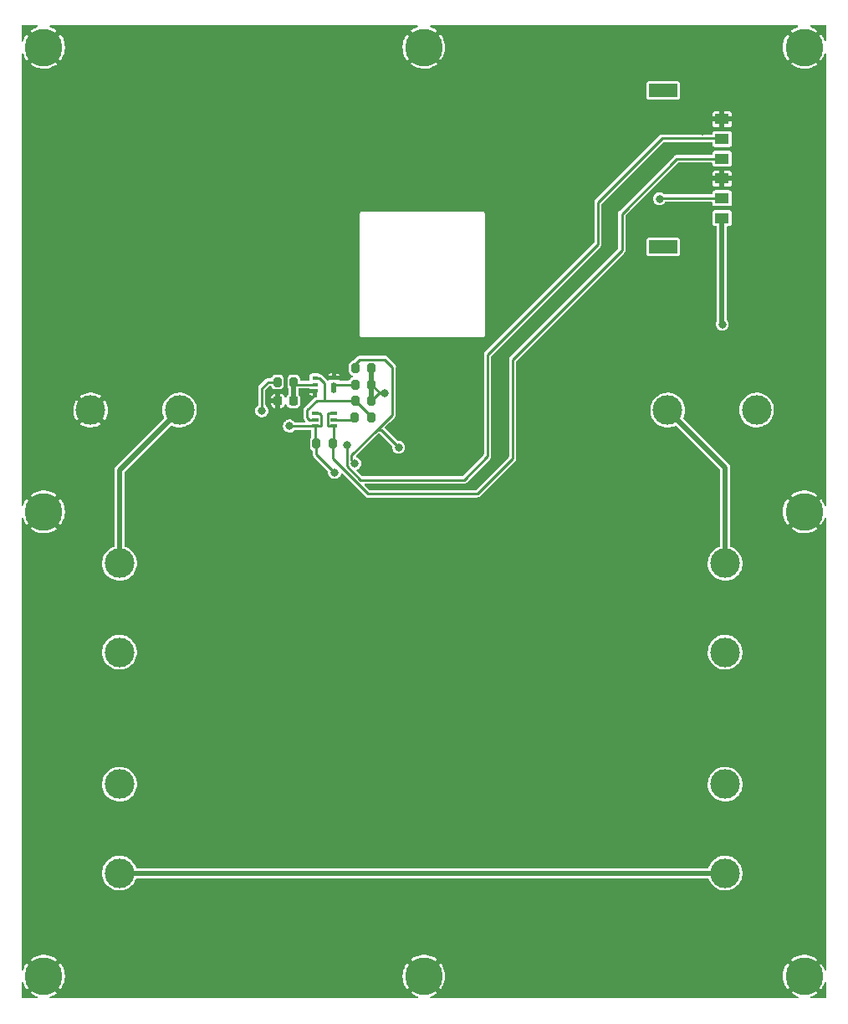
<source format=gbl>
%TF.GenerationSoftware,KiCad,Pcbnew,(6.0.5)*%
%TF.CreationDate,2022-07-09T20:44:09-07:00*%
%TF.ProjectId,solar-panel-side-Y-plus,736f6c61-722d-4706-916e-656c2d736964,rev?*%
%TF.SameCoordinates,Original*%
%TF.FileFunction,Copper,L2,Bot*%
%TF.FilePolarity,Positive*%
%FSLAX46Y46*%
G04 Gerber Fmt 4.6, Leading zero omitted, Abs format (unit mm)*
G04 Created by KiCad (PCBNEW (6.0.5)) date 2022-07-09 20:44:09*
%MOMM*%
%LPD*%
G01*
G04 APERTURE LIST*
G04 Aperture macros list*
%AMRoundRect*
0 Rectangle with rounded corners*
0 $1 Rounding radius*
0 $2 $3 $4 $5 $6 $7 $8 $9 X,Y pos of 4 corners*
0 Add a 4 corners polygon primitive as box body*
4,1,4,$2,$3,$4,$5,$6,$7,$8,$9,$2,$3,0*
0 Add four circle primitives for the rounded corners*
1,1,$1+$1,$2,$3*
1,1,$1+$1,$4,$5*
1,1,$1+$1,$6,$7*
1,1,$1+$1,$8,$9*
0 Add four rect primitives between the rounded corners*
20,1,$1+$1,$2,$3,$4,$5,0*
20,1,$1+$1,$4,$5,$6,$7,0*
20,1,$1+$1,$6,$7,$8,$9,0*
20,1,$1+$1,$8,$9,$2,$3,0*%
G04 Aperture macros list end*
%TA.AperFunction,ComponentPad*%
%ADD10C,3.000000*%
%TD*%
%TA.AperFunction,ConnectorPad*%
%ADD11C,3.800000*%
%TD*%
%TA.AperFunction,ComponentPad*%
%ADD12C,2.600000*%
%TD*%
%TA.AperFunction,SMDPad,CuDef*%
%ADD13R,1.450000X1.100000*%
%TD*%
%TA.AperFunction,SMDPad,CuDef*%
%ADD14R,2.900000X1.350000*%
%TD*%
%TA.AperFunction,SMDPad,CuDef*%
%ADD15RoundRect,0.200000X0.200000X0.275000X-0.200000X0.275000X-0.200000X-0.275000X0.200000X-0.275000X0*%
%TD*%
%TA.AperFunction,SMDPad,CuDef*%
%ADD16RoundRect,0.200000X-0.200000X-0.275000X0.200000X-0.275000X0.200000X0.275000X-0.200000X0.275000X0*%
%TD*%
%TA.AperFunction,SMDPad,CuDef*%
%ADD17R,0.650000X0.400000*%
%TD*%
%TA.AperFunction,SMDPad,CuDef*%
%ADD18R,0.600000X0.400000*%
%TD*%
%TA.AperFunction,SMDPad,CuDef*%
%ADD19RoundRect,0.225000X0.225000X0.250000X-0.225000X0.250000X-0.225000X-0.250000X0.225000X-0.250000X0*%
%TD*%
%TA.AperFunction,ViaPad*%
%ADD20C,0.800000*%
%TD*%
%TA.AperFunction,Conductor*%
%ADD21C,0.250000*%
%TD*%
%TA.AperFunction,Conductor*%
%ADD22C,0.500000*%
%TD*%
G04 APERTURE END LIST*
D10*
X179116000Y-98370000D03*
X179116000Y-107370000D03*
X123880000Y-82850000D03*
X114880000Y-82850000D03*
X179116000Y-120722000D03*
X179116000Y-129722000D03*
D11*
X110120000Y-46150000D03*
D12*
X110120000Y-46150000D03*
D11*
X148620000Y-46150000D03*
D12*
X148620000Y-46150000D03*
X187120000Y-46150000D03*
D11*
X187120000Y-46150000D03*
D12*
X187120000Y-93150000D03*
D11*
X187120000Y-93150000D03*
X187120000Y-140150000D03*
D12*
X187120000Y-140150000D03*
D11*
X148620000Y-140150000D03*
D12*
X148620000Y-140150000D03*
D11*
X110120000Y-140150000D03*
D12*
X110120000Y-140150000D03*
D11*
X110120000Y-93150000D03*
D12*
X110120000Y-93150000D03*
D10*
X182300000Y-82850000D03*
X173300000Y-82850000D03*
X117810000Y-129722000D03*
X117810000Y-120722000D03*
X117810000Y-107370000D03*
X117810000Y-98370000D03*
D13*
X178810000Y-63420000D03*
X178810000Y-61420000D03*
X178810000Y-59420000D03*
X178810000Y-57420000D03*
X178810000Y-55420000D03*
X178810000Y-53420000D03*
D14*
X172835000Y-66315000D03*
X172835000Y-50525000D03*
D15*
X143319000Y-81915000D03*
X141669000Y-81915000D03*
D16*
X137732000Y-86233000D03*
X139382000Y-86233000D03*
D17*
X139507000Y-83170000D03*
X139507000Y-83820000D03*
X139507000Y-84470000D03*
X137607000Y-84470000D03*
X137607000Y-83820000D03*
X137607000Y-83170000D03*
D16*
X133795000Y-80010000D03*
X135445000Y-80010000D03*
D18*
X139507000Y-79614000D03*
X139507000Y-80264000D03*
X139507000Y-80914000D03*
X137607000Y-80914000D03*
X137607000Y-80264000D03*
X137607000Y-79614000D03*
D15*
X143319000Y-78613000D03*
X141669000Y-78613000D03*
D19*
X135395000Y-81915000D03*
X133845000Y-81915000D03*
D15*
X143319000Y-80264000D03*
X141669000Y-80264000D03*
D16*
X141606000Y-83566000D03*
X143256000Y-83566000D03*
D20*
X111506000Y-81534000D03*
X180086000Y-51308000D03*
X176784000Y-54610000D03*
X111506000Y-83058000D03*
X156337000Y-80264000D03*
X130810000Y-89535000D03*
X116332000Y-85852000D03*
X132080000Y-88900000D03*
X180594000Y-60198000D03*
X132080000Y-90297000D03*
X176784000Y-60198000D03*
X151511000Y-83185000D03*
X176784000Y-53340000D03*
X152781000Y-82296000D03*
X114046000Y-85852000D03*
X180594000Y-58674000D03*
X146431000Y-84582000D03*
X156337000Y-82169000D03*
X136652000Y-78930500D03*
X176784000Y-58674000D03*
X176784000Y-52070000D03*
X182880000Y-51308000D03*
X111506000Y-85090000D03*
X146558000Y-88011000D03*
X130810000Y-88138000D03*
X181483000Y-51308000D03*
X130810000Y-90932000D03*
X151511000Y-81407000D03*
X178308000Y-51308000D03*
X144653000Y-81153000D03*
X172466000Y-61468000D03*
X178816000Y-74168000D03*
X140824790Y-86378210D03*
X135016000Y-84470000D03*
X132207000Y-82931000D03*
X139573000Y-89154000D03*
X141605000Y-88265000D03*
X146050000Y-86614000D03*
D21*
X144653000Y-81153000D02*
X144208000Y-81153000D01*
X144653000Y-81153000D02*
X144081000Y-81153000D01*
D22*
X143319000Y-81915000D02*
X143319000Y-80264000D01*
X143319000Y-80264000D02*
X143319000Y-78613000D01*
D21*
X144081000Y-81153000D02*
X143319000Y-81915000D01*
X144208000Y-81153000D02*
X143319000Y-80264000D01*
X178810000Y-61420000D02*
X172514000Y-61420000D01*
X172514000Y-61420000D02*
X172466000Y-61468000D01*
D22*
X179116000Y-98370000D02*
X179116000Y-88666000D01*
X179116000Y-88666000D02*
X173300000Y-82850000D01*
X117810000Y-129722000D02*
X179116000Y-129722000D01*
X117810000Y-98370000D02*
X117810000Y-88920000D01*
X117810000Y-88920000D02*
X123880000Y-82850000D01*
X178810000Y-74162000D02*
X178816000Y-74168000D01*
X178810000Y-63420000D02*
X178810000Y-74162000D01*
D21*
X140824790Y-86378210D02*
X140824790Y-86378210D01*
X152654000Y-89916000D02*
X142182998Y-89916000D01*
X140824790Y-88557792D02*
X140824790Y-86378210D01*
X155067000Y-87503000D02*
X152654000Y-89916000D01*
X142182998Y-89916000D02*
X140824790Y-88557792D01*
X155067000Y-87503000D02*
X155067000Y-77216000D01*
X166243000Y-61849000D02*
X172756999Y-55335001D01*
X172756999Y-55335001D02*
X178725001Y-55335001D01*
X155067000Y-77216000D02*
X166243000Y-66040000D01*
X178725001Y-55335001D02*
X178810000Y-55420000D01*
X166243000Y-66040000D02*
X166243000Y-61849000D01*
X139507000Y-84470000D02*
X138932000Y-84470000D01*
X138932000Y-84470000D02*
X138856999Y-84394999D01*
X138856999Y-83245001D02*
X138932000Y-83170000D01*
X138856999Y-84394999D02*
X138856999Y-83245001D01*
X138932000Y-83170000D02*
X139507000Y-83170000D01*
X139507000Y-86108000D02*
X139382000Y-86233000D01*
X139507000Y-84470000D02*
X139507000Y-86108000D01*
X139382000Y-87751412D02*
X139382000Y-86233000D01*
X157607000Y-87757000D02*
X154051000Y-91313000D01*
X142943588Y-91313000D02*
X139382000Y-87751412D01*
X154051000Y-91313000D02*
X142943588Y-91313000D01*
X157607000Y-77724000D02*
X168656000Y-66675000D01*
X168656000Y-62992000D02*
X174228000Y-57420000D01*
X157607000Y-87757000D02*
X157607000Y-77724000D01*
X174228000Y-57420000D02*
X178810000Y-57420000D01*
X168656000Y-66675000D02*
X168656000Y-62992000D01*
X135699000Y-80264000D02*
X135445000Y-80010000D01*
D22*
X135395000Y-80060000D02*
X135445000Y-80010000D01*
D21*
X137607000Y-80264000D02*
X135699000Y-80264000D01*
D22*
X135395000Y-81915000D02*
X135395000Y-80060000D01*
D21*
X138257001Y-83359999D02*
X138067002Y-83170000D01*
X137732000Y-87313000D02*
X139573000Y-89154000D01*
X137732000Y-86233000D02*
X137732000Y-87313000D01*
X137607000Y-84470000D02*
X135016000Y-84470000D01*
X138182000Y-84470000D02*
X138257001Y-84394999D01*
X132207000Y-80645000D02*
X132842000Y-80010000D01*
X144653000Y-77724000D02*
X145415000Y-78486000D01*
X137607000Y-84470000D02*
X137607000Y-86108000D01*
X141669000Y-78168000D02*
X142113000Y-77724000D01*
X132207000Y-82931000D02*
X132207000Y-80645000D01*
X133795000Y-80010000D02*
X133832600Y-80010000D01*
X141605000Y-88265000D02*
X141605000Y-88265000D01*
X137607000Y-84470000D02*
X138182000Y-84470000D01*
X138067002Y-83170000D02*
X137607000Y-83170000D01*
X141274800Y-87934800D02*
X141605000Y-88265000D01*
X145415000Y-78486000D02*
X145415000Y-83312000D01*
X142113000Y-77724000D02*
X144653000Y-77724000D01*
X141669000Y-78613000D02*
X141669000Y-78168000D01*
X141274800Y-87452200D02*
X141274800Y-87934800D01*
X139573000Y-89154000D02*
X139573000Y-89154000D01*
X132842000Y-80010000D02*
X133795000Y-80010000D01*
X137607000Y-86108000D02*
X137732000Y-86233000D01*
X135016000Y-84470000D02*
X135016000Y-84470000D01*
X138257001Y-84394999D02*
X138257001Y-83359999D01*
X146050000Y-86614000D02*
X146050000Y-86614000D01*
X144272000Y-84836000D02*
X146050000Y-86614000D01*
X143891000Y-84836000D02*
X141274800Y-87452200D01*
X145415000Y-83312000D02*
X143891000Y-84836000D01*
X143891000Y-84836000D02*
X144272000Y-84836000D01*
X141606000Y-83566000D02*
X141352000Y-83820000D01*
X141352000Y-83820000D02*
X139507000Y-83820000D01*
X137032000Y-83820000D02*
X136804400Y-83592400D01*
X143256000Y-83502000D02*
X141669000Y-81915000D01*
X143256000Y-83566000D02*
X143256000Y-83502000D01*
X138582400Y-80154398D02*
X138042002Y-79614000D01*
X138042002Y-79614000D02*
X137607000Y-79614000D01*
X136804400Y-83592400D02*
X136804400Y-82862598D01*
X136804400Y-82862598D02*
X137751998Y-81915000D01*
X138582400Y-81915000D02*
X138582400Y-80154398D01*
X137751998Y-81915000D02*
X138582400Y-81915000D01*
X138582400Y-81915000D02*
X141669000Y-81915000D01*
X137607000Y-83820000D02*
X137032000Y-83820000D01*
D22*
X139507000Y-80914000D02*
X139507000Y-80264000D01*
D21*
X141669000Y-80264000D02*
X139507000Y-80264000D01*
%TA.AperFunction,Conductor*%
G36*
X109475179Y-43923713D02*
G01*
X109511724Y-43974013D01*
X109511724Y-44036187D01*
X109475179Y-44086487D01*
X109442594Y-44102134D01*
X109413274Y-44110155D01*
X109406813Y-44112405D01*
X109142973Y-44224943D01*
X109136876Y-44228050D01*
X108890751Y-44375353D01*
X108885137Y-44379254D01*
X108799484Y-44447875D01*
X108792041Y-44459205D01*
X108792154Y-44461591D01*
X108794619Y-44465409D01*
X110108732Y-45779522D01*
X110120811Y-45785677D01*
X110125923Y-45784867D01*
X111441900Y-44468890D01*
X111448055Y-44456811D01*
X111447637Y-44454173D01*
X111445087Y-44451008D01*
X111373338Y-44392282D01*
X111367769Y-44388324D01*
X111123190Y-44238446D01*
X111117137Y-44235281D01*
X110854479Y-44119982D01*
X110848051Y-44117668D01*
X110792523Y-44101851D01*
X110740918Y-44067174D01*
X110719551Y-44008787D01*
X110736584Y-43948991D01*
X110785511Y-43910627D01*
X110820083Y-43904500D01*
X147916048Y-43904500D01*
X147975179Y-43923713D01*
X148011724Y-43974013D01*
X148011724Y-44036187D01*
X147975179Y-44086487D01*
X147942594Y-44102134D01*
X147913274Y-44110155D01*
X147906813Y-44112405D01*
X147642973Y-44224943D01*
X147636876Y-44228050D01*
X147390751Y-44375353D01*
X147385137Y-44379254D01*
X147299484Y-44447875D01*
X147292041Y-44459205D01*
X147292154Y-44461591D01*
X147294619Y-44465409D01*
X148608732Y-45779522D01*
X148620811Y-45785677D01*
X148625923Y-45784867D01*
X149941900Y-44468890D01*
X149948055Y-44456811D01*
X149947637Y-44454173D01*
X149945087Y-44451008D01*
X149873338Y-44392282D01*
X149867769Y-44388324D01*
X149623190Y-44238446D01*
X149617137Y-44235281D01*
X149354479Y-44119982D01*
X149348051Y-44117668D01*
X149292523Y-44101851D01*
X149240918Y-44067174D01*
X149219551Y-44008787D01*
X149236584Y-43948991D01*
X149285511Y-43910627D01*
X149320083Y-43904500D01*
X186416048Y-43904500D01*
X186475179Y-43923713D01*
X186511724Y-43974013D01*
X186511724Y-44036187D01*
X186475179Y-44086487D01*
X186442594Y-44102134D01*
X186413274Y-44110155D01*
X186406813Y-44112405D01*
X186142973Y-44224943D01*
X186136876Y-44228050D01*
X185890751Y-44375353D01*
X185885137Y-44379254D01*
X185799484Y-44447875D01*
X185792041Y-44459205D01*
X185792154Y-44461591D01*
X185794619Y-44465409D01*
X187108732Y-45779522D01*
X187120811Y-45785677D01*
X187125923Y-45784867D01*
X188441900Y-44468890D01*
X188448055Y-44456811D01*
X188447637Y-44454173D01*
X188445087Y-44451008D01*
X188373338Y-44392282D01*
X188367769Y-44388324D01*
X188123190Y-44238446D01*
X188117137Y-44235281D01*
X187854479Y-44119982D01*
X187848051Y-44117668D01*
X187792523Y-44101851D01*
X187740918Y-44067174D01*
X187719551Y-44008787D01*
X187736584Y-43948991D01*
X187785511Y-43910627D01*
X187820083Y-43904500D01*
X189264900Y-43904500D01*
X189324031Y-43923713D01*
X189360576Y-43974013D01*
X189365500Y-44005100D01*
X189365500Y-45452704D01*
X189346287Y-45511835D01*
X189295987Y-45548380D01*
X189233813Y-45548380D01*
X189183513Y-45511835D01*
X189170070Y-45486285D01*
X189102604Y-45295767D01*
X189099894Y-45289506D01*
X188968333Y-45034610D01*
X188964788Y-45028757D01*
X188823576Y-44827832D01*
X188812738Y-44819694D01*
X188812049Y-44819684D01*
X188805711Y-44823499D01*
X187490478Y-46138732D01*
X187484323Y-46150811D01*
X187485133Y-46155923D01*
X188801714Y-47472504D01*
X188813793Y-47478659D01*
X188815034Y-47478462D01*
X188819951Y-47474285D01*
X188940907Y-47309624D01*
X188944564Y-47303862D01*
X189081434Y-47051779D01*
X189084283Y-47045556D01*
X189170794Y-46816610D01*
X189209668Y-46768087D01*
X189269639Y-46751681D01*
X189327799Y-46773658D01*
X189361934Y-46825623D01*
X189365500Y-46852169D01*
X189365500Y-92452704D01*
X189346287Y-92511835D01*
X189295987Y-92548380D01*
X189233813Y-92548380D01*
X189183513Y-92511835D01*
X189170070Y-92486285D01*
X189102604Y-92295767D01*
X189099894Y-92289506D01*
X188968333Y-92034610D01*
X188964788Y-92028757D01*
X188823576Y-91827832D01*
X188812738Y-91819694D01*
X188812049Y-91819684D01*
X188805711Y-91823499D01*
X187490478Y-93138732D01*
X187484323Y-93150811D01*
X187485133Y-93155923D01*
X188801714Y-94472504D01*
X188813793Y-94478659D01*
X188815034Y-94478462D01*
X188819951Y-94474285D01*
X188940907Y-94309624D01*
X188944564Y-94303862D01*
X189081434Y-94051779D01*
X189084283Y-94045556D01*
X189170794Y-93816610D01*
X189209668Y-93768087D01*
X189269639Y-93751681D01*
X189327799Y-93773658D01*
X189361934Y-93825623D01*
X189365500Y-93852169D01*
X189365500Y-139452704D01*
X189346287Y-139511835D01*
X189295987Y-139548380D01*
X189233813Y-139548380D01*
X189183513Y-139511835D01*
X189170070Y-139486285D01*
X189102604Y-139295767D01*
X189099894Y-139289506D01*
X188968333Y-139034610D01*
X188964788Y-139028757D01*
X188823576Y-138827832D01*
X188812738Y-138819694D01*
X188812049Y-138819684D01*
X188805711Y-138823499D01*
X187490478Y-140138732D01*
X187484323Y-140150811D01*
X187485133Y-140155923D01*
X188801714Y-141472504D01*
X188813793Y-141478659D01*
X188815034Y-141478462D01*
X188819951Y-141474285D01*
X188940907Y-141309624D01*
X188944564Y-141303862D01*
X189081434Y-141051779D01*
X189084283Y-141045556D01*
X189170794Y-140816610D01*
X189209668Y-140768087D01*
X189269639Y-140751681D01*
X189327799Y-140773658D01*
X189361934Y-140825623D01*
X189365500Y-140852169D01*
X189365500Y-142294900D01*
X189346287Y-142354031D01*
X189295987Y-142390576D01*
X189264900Y-142395500D01*
X187829102Y-142395500D01*
X187769971Y-142376287D01*
X187733426Y-142325987D01*
X187733426Y-142263813D01*
X187769971Y-142213513D01*
X187802105Y-142198289D01*
X187802084Y-142198225D01*
X187802622Y-142198044D01*
X187803576Y-142197592D01*
X187805339Y-142197129D01*
X187811808Y-142194952D01*
X188076813Y-142085184D01*
X188082941Y-142082142D01*
X188330595Y-141937425D01*
X188336255Y-141933579D01*
X188440366Y-141851945D01*
X188447925Y-141840695D01*
X188447848Y-141838590D01*
X188445146Y-141834356D01*
X187131268Y-140520478D01*
X187119189Y-140514323D01*
X187114077Y-140515133D01*
X185797717Y-141831493D01*
X185791562Y-141843572D01*
X185792024Y-141846489D01*
X185794254Y-141849287D01*
X185848323Y-141894496D01*
X185853858Y-141898517D01*
X186096842Y-142050941D01*
X186102870Y-142054173D01*
X186364305Y-142172216D01*
X186370701Y-142174595D01*
X186451213Y-142198443D01*
X186502452Y-142233658D01*
X186523207Y-142292266D01*
X186505548Y-142351880D01*
X186456222Y-142389730D01*
X186422641Y-142395500D01*
X149329102Y-142395500D01*
X149269971Y-142376287D01*
X149233426Y-142325987D01*
X149233426Y-142263813D01*
X149269971Y-142213513D01*
X149302105Y-142198289D01*
X149302084Y-142198225D01*
X149302622Y-142198044D01*
X149303576Y-142197592D01*
X149305339Y-142197129D01*
X149311808Y-142194952D01*
X149576813Y-142085184D01*
X149582941Y-142082142D01*
X149830595Y-141937425D01*
X149836255Y-141933579D01*
X149940366Y-141851945D01*
X149947925Y-141840695D01*
X149947848Y-141838590D01*
X149945146Y-141834356D01*
X148631268Y-140520478D01*
X148619189Y-140514323D01*
X148614077Y-140515133D01*
X147297717Y-141831493D01*
X147291562Y-141843572D01*
X147292024Y-141846489D01*
X147294254Y-141849287D01*
X147348323Y-141894496D01*
X147353858Y-141898517D01*
X147596842Y-142050941D01*
X147602870Y-142054173D01*
X147864305Y-142172216D01*
X147870701Y-142174595D01*
X147951213Y-142198443D01*
X148002452Y-142233658D01*
X148023207Y-142292266D01*
X148005548Y-142351880D01*
X147956222Y-142389730D01*
X147922641Y-142395500D01*
X110829102Y-142395500D01*
X110769971Y-142376287D01*
X110733426Y-142325987D01*
X110733426Y-142263813D01*
X110769971Y-142213513D01*
X110802105Y-142198289D01*
X110802084Y-142198225D01*
X110802622Y-142198044D01*
X110803576Y-142197592D01*
X110805339Y-142197129D01*
X110811808Y-142194952D01*
X111076813Y-142085184D01*
X111082941Y-142082142D01*
X111330595Y-141937425D01*
X111336255Y-141933579D01*
X111440366Y-141851945D01*
X111447925Y-141840695D01*
X111447848Y-141838590D01*
X111445146Y-141834356D01*
X110131268Y-140520478D01*
X110119189Y-140514323D01*
X110114077Y-140515133D01*
X108797717Y-141831493D01*
X108791562Y-141843572D01*
X108792024Y-141846489D01*
X108794254Y-141849287D01*
X108848323Y-141894496D01*
X108853858Y-141898517D01*
X109096842Y-142050941D01*
X109102870Y-142054173D01*
X109364305Y-142172216D01*
X109370701Y-142174595D01*
X109451213Y-142198443D01*
X109502452Y-142233658D01*
X109523207Y-142292266D01*
X109505548Y-142351880D01*
X109456222Y-142389730D01*
X109422641Y-142395500D01*
X107975100Y-142395500D01*
X107915969Y-142376287D01*
X107879424Y-142325987D01*
X107874500Y-142294900D01*
X107874500Y-140845779D01*
X107893713Y-140786648D01*
X107944013Y-140750103D01*
X108006187Y-140750103D01*
X108056487Y-140786648D01*
X108070276Y-140813193D01*
X108128558Y-140983420D01*
X108131204Y-140989715D01*
X108260092Y-141245979D01*
X108263570Y-141251860D01*
X108415587Y-141473046D01*
X108426340Y-141481297D01*
X108426743Y-141481308D01*
X108433505Y-141477285D01*
X109749522Y-140161268D01*
X109754850Y-140150811D01*
X110484323Y-140150811D01*
X110485133Y-140155923D01*
X111801714Y-141472504D01*
X111813793Y-141478659D01*
X111815034Y-141478462D01*
X111819951Y-141474285D01*
X111940907Y-141309624D01*
X111944564Y-141303862D01*
X112081434Y-141051779D01*
X112084283Y-141045556D01*
X112185672Y-140777238D01*
X112187650Y-140770685D01*
X112251689Y-140491080D01*
X112252756Y-140484342D01*
X112278383Y-140197182D01*
X112278580Y-140193232D01*
X112279012Y-140151974D01*
X112278899Y-140148036D01*
X112277725Y-140130819D01*
X146461283Y-140130819D01*
X146477795Y-140417176D01*
X146478652Y-140423962D01*
X146533874Y-140705433D01*
X146535646Y-140712046D01*
X146628558Y-140983420D01*
X146631204Y-140989715D01*
X146760092Y-141245979D01*
X146763570Y-141251860D01*
X146915587Y-141473046D01*
X146926340Y-141481297D01*
X146926743Y-141481308D01*
X146933505Y-141477285D01*
X148249522Y-140161268D01*
X148254850Y-140150811D01*
X148984323Y-140150811D01*
X148985133Y-140155923D01*
X150301714Y-141472504D01*
X150313793Y-141478659D01*
X150315034Y-141478462D01*
X150319951Y-141474285D01*
X150440907Y-141309624D01*
X150444564Y-141303862D01*
X150581434Y-141051779D01*
X150584283Y-141045556D01*
X150685672Y-140777238D01*
X150687650Y-140770685D01*
X150751689Y-140491080D01*
X150752756Y-140484342D01*
X150778383Y-140197182D01*
X150778580Y-140193232D01*
X150779012Y-140151974D01*
X150778899Y-140148036D01*
X150777725Y-140130819D01*
X184961283Y-140130819D01*
X184977795Y-140417176D01*
X184978652Y-140423962D01*
X185033874Y-140705433D01*
X185035646Y-140712046D01*
X185128558Y-140983420D01*
X185131204Y-140989715D01*
X185260092Y-141245979D01*
X185263570Y-141251860D01*
X185415587Y-141473046D01*
X185426340Y-141481297D01*
X185426743Y-141481308D01*
X185433505Y-141477285D01*
X186749522Y-140161268D01*
X186755677Y-140149189D01*
X186754867Y-140144077D01*
X185437656Y-138826866D01*
X185425577Y-138820711D01*
X185424618Y-138820863D01*
X185419362Y-138825376D01*
X185287050Y-139009507D01*
X185283453Y-139015308D01*
X185149224Y-139268823D01*
X185146450Y-139275052D01*
X185047870Y-139544435D01*
X185045965Y-139550991D01*
X184984857Y-139831258D01*
X184983859Y-139838015D01*
X184961354Y-140123970D01*
X184961283Y-140130819D01*
X150777725Y-140130819D01*
X150759289Y-139860396D01*
X150758364Y-139853640D01*
X150700196Y-139572752D01*
X150698355Y-139566161D01*
X150602604Y-139295767D01*
X150599894Y-139289506D01*
X150468333Y-139034610D01*
X150464788Y-139028757D01*
X150323576Y-138827832D01*
X150312738Y-138819694D01*
X150312049Y-138819684D01*
X150305711Y-138823499D01*
X148990478Y-140138732D01*
X148984323Y-140150811D01*
X148254850Y-140150811D01*
X148255677Y-140149189D01*
X148254867Y-140144077D01*
X146937656Y-138826866D01*
X146925577Y-138820711D01*
X146924618Y-138820863D01*
X146919362Y-138825376D01*
X146787050Y-139009507D01*
X146783453Y-139015308D01*
X146649224Y-139268823D01*
X146646450Y-139275052D01*
X146547870Y-139544435D01*
X146545965Y-139550991D01*
X146484857Y-139831258D01*
X146483859Y-139838015D01*
X146461354Y-140123970D01*
X146461283Y-140130819D01*
X112277725Y-140130819D01*
X112259289Y-139860396D01*
X112258364Y-139853640D01*
X112200196Y-139572752D01*
X112198355Y-139566161D01*
X112102604Y-139295767D01*
X112099894Y-139289506D01*
X111968333Y-139034610D01*
X111964788Y-139028757D01*
X111823576Y-138827832D01*
X111812738Y-138819694D01*
X111812049Y-138819684D01*
X111805711Y-138823499D01*
X110490478Y-140138732D01*
X110484323Y-140150811D01*
X109754850Y-140150811D01*
X109755677Y-140149189D01*
X109754867Y-140144077D01*
X108437656Y-138826866D01*
X108425577Y-138820711D01*
X108424618Y-138820863D01*
X108419362Y-138825376D01*
X108287050Y-139009507D01*
X108283453Y-139015308D01*
X108149224Y-139268823D01*
X108146450Y-139275052D01*
X108069573Y-139485129D01*
X108031209Y-139534056D01*
X107971414Y-139551089D01*
X107913026Y-139529723D01*
X107878349Y-139478117D01*
X107874500Y-139450557D01*
X107874500Y-138459205D01*
X108792041Y-138459205D01*
X108792154Y-138461591D01*
X108794619Y-138465409D01*
X110108732Y-139779522D01*
X110120811Y-139785677D01*
X110125923Y-139784867D01*
X111441900Y-138468890D01*
X111446835Y-138459205D01*
X147292041Y-138459205D01*
X147292154Y-138461591D01*
X147294619Y-138465409D01*
X148608732Y-139779522D01*
X148620811Y-139785677D01*
X148625923Y-139784867D01*
X149941900Y-138468890D01*
X149946835Y-138459205D01*
X185792041Y-138459205D01*
X185792154Y-138461591D01*
X185794619Y-138465409D01*
X187108732Y-139779522D01*
X187120811Y-139785677D01*
X187125923Y-139784867D01*
X188441900Y-138468890D01*
X188448055Y-138456811D01*
X188447637Y-138454173D01*
X188445087Y-138451008D01*
X188373338Y-138392282D01*
X188367769Y-138388324D01*
X188123190Y-138238446D01*
X188117137Y-138235281D01*
X187854479Y-138119982D01*
X187848051Y-138117668D01*
X187572188Y-138039087D01*
X187565491Y-138037663D01*
X187281511Y-137997247D01*
X187274709Y-137996747D01*
X186987853Y-137995245D01*
X186981037Y-137995674D01*
X186696650Y-138033115D01*
X186689944Y-138034467D01*
X186413274Y-138110155D01*
X186406813Y-138112405D01*
X186142973Y-138224943D01*
X186136876Y-138228050D01*
X185890751Y-138375353D01*
X185885137Y-138379254D01*
X185799484Y-138447875D01*
X185792041Y-138459205D01*
X149946835Y-138459205D01*
X149948055Y-138456811D01*
X149947637Y-138454173D01*
X149945087Y-138451008D01*
X149873338Y-138392282D01*
X149867769Y-138388324D01*
X149623190Y-138238446D01*
X149617137Y-138235281D01*
X149354479Y-138119982D01*
X149348051Y-138117668D01*
X149072188Y-138039087D01*
X149065491Y-138037663D01*
X148781511Y-137997247D01*
X148774709Y-137996747D01*
X148487853Y-137995245D01*
X148481037Y-137995674D01*
X148196650Y-138033115D01*
X148189944Y-138034467D01*
X147913274Y-138110155D01*
X147906813Y-138112405D01*
X147642973Y-138224943D01*
X147636876Y-138228050D01*
X147390751Y-138375353D01*
X147385137Y-138379254D01*
X147299484Y-138447875D01*
X147292041Y-138459205D01*
X111446835Y-138459205D01*
X111448055Y-138456811D01*
X111447637Y-138454173D01*
X111445087Y-138451008D01*
X111373338Y-138392282D01*
X111367769Y-138388324D01*
X111123190Y-138238446D01*
X111117137Y-138235281D01*
X110854479Y-138119982D01*
X110848051Y-138117668D01*
X110572188Y-138039087D01*
X110565491Y-138037663D01*
X110281511Y-137997247D01*
X110274709Y-137996747D01*
X109987853Y-137995245D01*
X109981037Y-137995674D01*
X109696650Y-138033115D01*
X109689944Y-138034467D01*
X109413274Y-138110155D01*
X109406813Y-138112405D01*
X109142973Y-138224943D01*
X109136876Y-138228050D01*
X108890751Y-138375353D01*
X108885137Y-138379254D01*
X108799484Y-138447875D01*
X108792041Y-138459205D01*
X107874500Y-138459205D01*
X107874500Y-129675944D01*
X116051183Y-129675944D01*
X116063694Y-129936419D01*
X116114569Y-130192185D01*
X116202690Y-130437621D01*
X116326120Y-130667336D01*
X116328350Y-130670322D01*
X116328353Y-130670327D01*
X116412980Y-130783655D01*
X116482149Y-130876283D01*
X116667348Y-131059873D01*
X116780701Y-131142987D01*
X116874641Y-131211868D01*
X116874646Y-131211871D01*
X116877649Y-131214073D01*
X116880947Y-131215808D01*
X117105127Y-131333755D01*
X117105131Y-131333757D01*
X117108433Y-131335494D01*
X117111960Y-131336726D01*
X117111963Y-131336727D01*
X117351101Y-131420237D01*
X117354629Y-131421469D01*
X117610828Y-131470110D01*
X117614557Y-131470256D01*
X117614561Y-131470257D01*
X117780618Y-131476781D01*
X117871403Y-131480348D01*
X117964885Y-131470110D01*
X118126916Y-131452365D01*
X118126921Y-131452364D01*
X118130629Y-131451958D01*
X118251114Y-131420237D01*
X118379204Y-131386514D01*
X118379208Y-131386512D01*
X118382811Y-131385564D01*
X118622410Y-131282625D01*
X118844161Y-131145401D01*
X119043194Y-130976907D01*
X119129138Y-130878906D01*
X119212671Y-130783655D01*
X119212673Y-130783653D01*
X119215135Y-130780845D01*
X119217153Y-130777707D01*
X119217158Y-130777701D01*
X119354183Y-130564672D01*
X119354186Y-130564667D01*
X119356208Y-130561523D01*
X119357743Y-130558116D01*
X119357746Y-130558110D01*
X119461780Y-130327163D01*
X119461781Y-130327160D01*
X119463314Y-130323757D01*
X119470073Y-130299793D01*
X119504612Y-130248098D01*
X119566895Y-130226500D01*
X177362121Y-130226500D01*
X177421252Y-130245713D01*
X177456803Y-130293105D01*
X177508690Y-130437621D01*
X177632120Y-130667336D01*
X177634350Y-130670322D01*
X177634353Y-130670327D01*
X177718980Y-130783655D01*
X177788149Y-130876283D01*
X177973348Y-131059873D01*
X178086701Y-131142987D01*
X178180641Y-131211868D01*
X178180646Y-131211871D01*
X178183649Y-131214073D01*
X178186947Y-131215808D01*
X178411127Y-131333755D01*
X178411131Y-131333757D01*
X178414433Y-131335494D01*
X178417960Y-131336726D01*
X178417963Y-131336727D01*
X178657101Y-131420237D01*
X178660629Y-131421469D01*
X178916828Y-131470110D01*
X178920557Y-131470256D01*
X178920561Y-131470257D01*
X179086618Y-131476781D01*
X179177403Y-131480348D01*
X179270885Y-131470110D01*
X179432916Y-131452365D01*
X179432921Y-131452364D01*
X179436629Y-131451958D01*
X179557114Y-131420237D01*
X179685204Y-131386514D01*
X179685208Y-131386512D01*
X179688811Y-131385564D01*
X179928410Y-131282625D01*
X180150161Y-131145401D01*
X180349194Y-130976907D01*
X180435138Y-130878906D01*
X180518671Y-130783655D01*
X180518673Y-130783653D01*
X180521135Y-130780845D01*
X180523153Y-130777707D01*
X180523158Y-130777701D01*
X180660183Y-130564672D01*
X180660186Y-130564667D01*
X180662208Y-130561523D01*
X180663743Y-130558116D01*
X180663746Y-130558110D01*
X180767780Y-130327163D01*
X180767781Y-130327160D01*
X180769314Y-130323757D01*
X180840099Y-130072772D01*
X180856980Y-129940077D01*
X180872691Y-129816582D01*
X180872691Y-129816579D01*
X180873009Y-129814081D01*
X180875420Y-129722000D01*
X180856094Y-129461941D01*
X180846648Y-129420193D01*
X180799367Y-129211240D01*
X180799366Y-129211237D01*
X180798542Y-129207595D01*
X180797192Y-129204122D01*
X180797189Y-129204114D01*
X180705381Y-128968032D01*
X180704027Y-128964550D01*
X180574625Y-128738145D01*
X180413180Y-128533353D01*
X180377517Y-128499804D01*
X180225957Y-128357231D01*
X180223239Y-128354674D01*
X180220182Y-128352554D01*
X180220178Y-128352550D01*
X180106977Y-128274020D01*
X180008973Y-128206032D01*
X179775090Y-128090694D01*
X179771538Y-128089557D01*
X179771533Y-128089555D01*
X179650909Y-128050943D01*
X179526728Y-128011193D01*
X179269344Y-127969275D01*
X179265602Y-127969226D01*
X179236905Y-127968850D01*
X179008590Y-127965862D01*
X178898620Y-127980828D01*
X178753898Y-128000524D01*
X178753896Y-128000524D01*
X178750196Y-128001028D01*
X178746613Y-128002072D01*
X178746610Y-128002073D01*
X178715321Y-128011193D01*
X178499838Y-128074000D01*
X178496456Y-128075559D01*
X178496451Y-128075561D01*
X178460040Y-128092347D01*
X178263016Y-128183177D01*
X178259895Y-128185223D01*
X178259890Y-128185226D01*
X178104459Y-128287131D01*
X178044933Y-128326158D01*
X177850379Y-128499804D01*
X177847987Y-128502680D01*
X177686016Y-128697429D01*
X177686011Y-128697436D01*
X177683629Y-128700300D01*
X177548345Y-128923240D01*
X177546900Y-128926686D01*
X177450823Y-129155803D01*
X177410239Y-129202904D01*
X177358050Y-129217500D01*
X119565212Y-129217500D01*
X119506081Y-129198287D01*
X119471452Y-129153361D01*
X119399381Y-128968032D01*
X119398027Y-128964550D01*
X119268625Y-128738145D01*
X119107180Y-128533353D01*
X119071517Y-128499804D01*
X118919957Y-128357231D01*
X118917239Y-128354674D01*
X118914182Y-128352554D01*
X118914178Y-128352550D01*
X118800977Y-128274020D01*
X118702973Y-128206032D01*
X118469090Y-128090694D01*
X118465538Y-128089557D01*
X118465533Y-128089555D01*
X118344909Y-128050943D01*
X118220728Y-128011193D01*
X117963344Y-127969275D01*
X117959602Y-127969226D01*
X117930905Y-127968850D01*
X117702590Y-127965862D01*
X117592620Y-127980828D01*
X117447898Y-128000524D01*
X117447896Y-128000524D01*
X117444196Y-128001028D01*
X117440613Y-128002072D01*
X117440610Y-128002073D01*
X117409321Y-128011193D01*
X117193838Y-128074000D01*
X117190456Y-128075559D01*
X117190451Y-128075561D01*
X117154040Y-128092347D01*
X116957016Y-128183177D01*
X116953895Y-128185223D01*
X116953890Y-128185226D01*
X116798459Y-128287131D01*
X116738933Y-128326158D01*
X116544379Y-128499804D01*
X116541987Y-128502680D01*
X116380016Y-128697429D01*
X116380011Y-128697436D01*
X116377629Y-128700300D01*
X116242345Y-128923240D01*
X116141500Y-129163728D01*
X116077310Y-129416480D01*
X116076936Y-129420191D01*
X116076936Y-129420193D01*
X116073100Y-129458293D01*
X116051183Y-129675944D01*
X107874500Y-129675944D01*
X107874500Y-120675944D01*
X116051183Y-120675944D01*
X116063694Y-120936419D01*
X116114569Y-121192185D01*
X116202690Y-121437621D01*
X116326120Y-121667336D01*
X116328350Y-121670322D01*
X116328353Y-121670327D01*
X116412980Y-121783655D01*
X116482149Y-121876283D01*
X116667348Y-122059873D01*
X116780701Y-122142987D01*
X116874641Y-122211868D01*
X116874646Y-122211871D01*
X116877649Y-122214073D01*
X116880947Y-122215808D01*
X117105127Y-122333755D01*
X117105131Y-122333757D01*
X117108433Y-122335494D01*
X117111960Y-122336726D01*
X117111963Y-122336727D01*
X117351101Y-122420237D01*
X117354629Y-122421469D01*
X117610828Y-122470110D01*
X117614557Y-122470256D01*
X117614561Y-122470257D01*
X117780618Y-122476781D01*
X117871403Y-122480348D01*
X117964885Y-122470110D01*
X118126916Y-122452365D01*
X118126921Y-122452364D01*
X118130629Y-122451958D01*
X118251114Y-122420237D01*
X118379204Y-122386514D01*
X118379208Y-122386512D01*
X118382811Y-122385564D01*
X118622410Y-122282625D01*
X118844161Y-122145401D01*
X119043194Y-121976907D01*
X119129138Y-121878906D01*
X119212671Y-121783655D01*
X119212673Y-121783653D01*
X119215135Y-121780845D01*
X119217153Y-121777707D01*
X119217158Y-121777701D01*
X119354183Y-121564672D01*
X119354186Y-121564667D01*
X119356208Y-121561523D01*
X119357743Y-121558116D01*
X119357746Y-121558110D01*
X119461780Y-121327163D01*
X119461781Y-121327160D01*
X119463314Y-121323757D01*
X119534099Y-121072772D01*
X119550980Y-120940077D01*
X119566691Y-120816582D01*
X119566691Y-120816579D01*
X119567009Y-120814081D01*
X119569420Y-120722000D01*
X119565997Y-120675944D01*
X177357183Y-120675944D01*
X177369694Y-120936419D01*
X177420569Y-121192185D01*
X177508690Y-121437621D01*
X177632120Y-121667336D01*
X177634350Y-121670322D01*
X177634353Y-121670327D01*
X177718980Y-121783655D01*
X177788149Y-121876283D01*
X177973348Y-122059873D01*
X178086701Y-122142987D01*
X178180641Y-122211868D01*
X178180646Y-122211871D01*
X178183649Y-122214073D01*
X178186947Y-122215808D01*
X178411127Y-122333755D01*
X178411131Y-122333757D01*
X178414433Y-122335494D01*
X178417960Y-122336726D01*
X178417963Y-122336727D01*
X178657101Y-122420237D01*
X178660629Y-122421469D01*
X178916828Y-122470110D01*
X178920557Y-122470256D01*
X178920561Y-122470257D01*
X179086618Y-122476781D01*
X179177403Y-122480348D01*
X179270885Y-122470110D01*
X179432916Y-122452365D01*
X179432921Y-122452364D01*
X179436629Y-122451958D01*
X179557114Y-122420237D01*
X179685204Y-122386514D01*
X179685208Y-122386512D01*
X179688811Y-122385564D01*
X179928410Y-122282625D01*
X180150161Y-122145401D01*
X180349194Y-121976907D01*
X180435138Y-121878906D01*
X180518671Y-121783655D01*
X180518673Y-121783653D01*
X180521135Y-121780845D01*
X180523153Y-121777707D01*
X180523158Y-121777701D01*
X180660183Y-121564672D01*
X180660186Y-121564667D01*
X180662208Y-121561523D01*
X180663743Y-121558116D01*
X180663746Y-121558110D01*
X180767780Y-121327163D01*
X180767781Y-121327160D01*
X180769314Y-121323757D01*
X180840099Y-121072772D01*
X180856980Y-120940077D01*
X180872691Y-120816582D01*
X180872691Y-120816579D01*
X180873009Y-120814081D01*
X180875420Y-120722000D01*
X180856094Y-120461941D01*
X180846648Y-120420193D01*
X180799367Y-120211240D01*
X180799366Y-120211237D01*
X180798542Y-120207595D01*
X180797192Y-120204122D01*
X180797189Y-120204114D01*
X180705381Y-119968032D01*
X180704027Y-119964550D01*
X180574625Y-119738145D01*
X180413180Y-119533353D01*
X180377517Y-119499804D01*
X180225957Y-119357231D01*
X180223239Y-119354674D01*
X180220182Y-119352554D01*
X180220178Y-119352550D01*
X180106977Y-119274020D01*
X180008973Y-119206032D01*
X179775090Y-119090694D01*
X179771538Y-119089557D01*
X179771533Y-119089555D01*
X179650909Y-119050943D01*
X179526728Y-119011193D01*
X179269344Y-118969275D01*
X179265602Y-118969226D01*
X179236905Y-118968850D01*
X179008590Y-118965862D01*
X178898620Y-118980828D01*
X178753898Y-119000524D01*
X178753896Y-119000524D01*
X178750196Y-119001028D01*
X178746613Y-119002072D01*
X178746610Y-119002073D01*
X178715321Y-119011193D01*
X178499838Y-119074000D01*
X178496456Y-119075559D01*
X178496451Y-119075561D01*
X178460040Y-119092347D01*
X178263016Y-119183177D01*
X178259895Y-119185223D01*
X178259890Y-119185226D01*
X178104459Y-119287131D01*
X178044933Y-119326158D01*
X177850379Y-119499804D01*
X177847987Y-119502680D01*
X177686016Y-119697429D01*
X177686011Y-119697436D01*
X177683629Y-119700300D01*
X177548345Y-119923240D01*
X177447500Y-120163728D01*
X177383310Y-120416480D01*
X177382936Y-120420191D01*
X177382936Y-120420193D01*
X177379100Y-120458293D01*
X177357183Y-120675944D01*
X119565997Y-120675944D01*
X119550094Y-120461941D01*
X119540648Y-120420193D01*
X119493367Y-120211240D01*
X119493366Y-120211237D01*
X119492542Y-120207595D01*
X119491192Y-120204122D01*
X119491189Y-120204114D01*
X119399381Y-119968032D01*
X119398027Y-119964550D01*
X119268625Y-119738145D01*
X119107180Y-119533353D01*
X119071517Y-119499804D01*
X118919957Y-119357231D01*
X118917239Y-119354674D01*
X118914182Y-119352554D01*
X118914178Y-119352550D01*
X118800977Y-119274020D01*
X118702973Y-119206032D01*
X118469090Y-119090694D01*
X118465538Y-119089557D01*
X118465533Y-119089555D01*
X118344909Y-119050943D01*
X118220728Y-119011193D01*
X117963344Y-118969275D01*
X117959602Y-118969226D01*
X117930905Y-118968850D01*
X117702590Y-118965862D01*
X117592620Y-118980828D01*
X117447898Y-119000524D01*
X117447896Y-119000524D01*
X117444196Y-119001028D01*
X117440613Y-119002072D01*
X117440610Y-119002073D01*
X117409321Y-119011193D01*
X117193838Y-119074000D01*
X117190456Y-119075559D01*
X117190451Y-119075561D01*
X117154040Y-119092347D01*
X116957016Y-119183177D01*
X116953895Y-119185223D01*
X116953890Y-119185226D01*
X116798459Y-119287131D01*
X116738933Y-119326158D01*
X116544379Y-119499804D01*
X116541987Y-119502680D01*
X116380016Y-119697429D01*
X116380011Y-119697436D01*
X116377629Y-119700300D01*
X116242345Y-119923240D01*
X116141500Y-120163728D01*
X116077310Y-120416480D01*
X116076936Y-120420191D01*
X116076936Y-120420193D01*
X116073100Y-120458293D01*
X116051183Y-120675944D01*
X107874500Y-120675944D01*
X107874500Y-107323944D01*
X116051183Y-107323944D01*
X116063694Y-107584419D01*
X116114569Y-107840185D01*
X116202690Y-108085621D01*
X116326120Y-108315336D01*
X116328350Y-108318322D01*
X116328353Y-108318327D01*
X116412980Y-108431655D01*
X116482149Y-108524283D01*
X116667348Y-108707873D01*
X116780701Y-108790987D01*
X116874641Y-108859868D01*
X116874646Y-108859871D01*
X116877649Y-108862073D01*
X116880947Y-108863808D01*
X117105127Y-108981755D01*
X117105131Y-108981757D01*
X117108433Y-108983494D01*
X117111960Y-108984726D01*
X117111963Y-108984727D01*
X117351101Y-109068237D01*
X117354629Y-109069469D01*
X117610828Y-109118110D01*
X117614557Y-109118256D01*
X117614561Y-109118257D01*
X117780618Y-109124781D01*
X117871403Y-109128348D01*
X117964885Y-109118110D01*
X118126916Y-109100365D01*
X118126921Y-109100364D01*
X118130629Y-109099958D01*
X118251114Y-109068237D01*
X118379204Y-109034514D01*
X118379208Y-109034512D01*
X118382811Y-109033564D01*
X118622410Y-108930625D01*
X118844161Y-108793401D01*
X119043194Y-108624907D01*
X119129138Y-108526906D01*
X119212671Y-108431655D01*
X119212673Y-108431653D01*
X119215135Y-108428845D01*
X119217153Y-108425707D01*
X119217158Y-108425701D01*
X119354183Y-108212672D01*
X119354186Y-108212667D01*
X119356208Y-108209523D01*
X119357743Y-108206116D01*
X119357746Y-108206110D01*
X119461780Y-107975163D01*
X119461781Y-107975160D01*
X119463314Y-107971757D01*
X119534099Y-107720772D01*
X119550980Y-107588077D01*
X119566691Y-107464582D01*
X119566691Y-107464579D01*
X119567009Y-107462081D01*
X119569420Y-107370000D01*
X119565997Y-107323944D01*
X177357183Y-107323944D01*
X177369694Y-107584419D01*
X177420569Y-107840185D01*
X177508690Y-108085621D01*
X177632120Y-108315336D01*
X177634350Y-108318322D01*
X177634353Y-108318327D01*
X177718980Y-108431655D01*
X177788149Y-108524283D01*
X177973348Y-108707873D01*
X178086701Y-108790987D01*
X178180641Y-108859868D01*
X178180646Y-108859871D01*
X178183649Y-108862073D01*
X178186947Y-108863808D01*
X178411127Y-108981755D01*
X178411131Y-108981757D01*
X178414433Y-108983494D01*
X178417960Y-108984726D01*
X178417963Y-108984727D01*
X178657101Y-109068237D01*
X178660629Y-109069469D01*
X178916828Y-109118110D01*
X178920557Y-109118256D01*
X178920561Y-109118257D01*
X179086618Y-109124781D01*
X179177403Y-109128348D01*
X179270885Y-109118110D01*
X179432916Y-109100365D01*
X179432921Y-109100364D01*
X179436629Y-109099958D01*
X179557114Y-109068237D01*
X179685204Y-109034514D01*
X179685208Y-109034512D01*
X179688811Y-109033564D01*
X179928410Y-108930625D01*
X180150161Y-108793401D01*
X180349194Y-108624907D01*
X180435138Y-108526906D01*
X180518671Y-108431655D01*
X180518673Y-108431653D01*
X180521135Y-108428845D01*
X180523153Y-108425707D01*
X180523158Y-108425701D01*
X180660183Y-108212672D01*
X180660186Y-108212667D01*
X180662208Y-108209523D01*
X180663743Y-108206116D01*
X180663746Y-108206110D01*
X180767780Y-107975163D01*
X180767781Y-107975160D01*
X180769314Y-107971757D01*
X180840099Y-107720772D01*
X180856980Y-107588077D01*
X180872691Y-107464582D01*
X180872691Y-107464579D01*
X180873009Y-107462081D01*
X180875420Y-107370000D01*
X180856094Y-107109941D01*
X180846648Y-107068193D01*
X180799367Y-106859240D01*
X180799366Y-106859237D01*
X180798542Y-106855595D01*
X180797192Y-106852122D01*
X180797189Y-106852114D01*
X180705381Y-106616032D01*
X180704027Y-106612550D01*
X180574625Y-106386145D01*
X180413180Y-106181353D01*
X180377517Y-106147804D01*
X180225957Y-106005231D01*
X180223239Y-106002674D01*
X180220182Y-106000554D01*
X180220178Y-106000550D01*
X180106977Y-105922020D01*
X180008973Y-105854032D01*
X179775090Y-105738694D01*
X179771538Y-105737557D01*
X179771533Y-105737555D01*
X179650909Y-105698944D01*
X179526728Y-105659193D01*
X179269344Y-105617275D01*
X179265602Y-105617226D01*
X179236905Y-105616850D01*
X179008590Y-105613862D01*
X178898620Y-105628828D01*
X178753898Y-105648524D01*
X178753896Y-105648524D01*
X178750196Y-105649028D01*
X178746613Y-105650072D01*
X178746610Y-105650073D01*
X178715321Y-105659193D01*
X178499838Y-105722000D01*
X178496456Y-105723559D01*
X178496451Y-105723561D01*
X178460040Y-105740347D01*
X178263016Y-105831177D01*
X178259895Y-105833223D01*
X178259890Y-105833226D01*
X178104459Y-105935131D01*
X178044933Y-105974158D01*
X177850379Y-106147804D01*
X177847987Y-106150680D01*
X177686016Y-106345429D01*
X177686011Y-106345436D01*
X177683629Y-106348300D01*
X177548345Y-106571240D01*
X177447500Y-106811728D01*
X177383310Y-107064480D01*
X177382936Y-107068191D01*
X177382936Y-107068193D01*
X177379100Y-107106293D01*
X177357183Y-107323944D01*
X119565997Y-107323944D01*
X119550094Y-107109941D01*
X119540648Y-107068193D01*
X119493367Y-106859240D01*
X119493366Y-106859237D01*
X119492542Y-106855595D01*
X119491192Y-106852122D01*
X119491189Y-106852114D01*
X119399381Y-106616032D01*
X119398027Y-106612550D01*
X119268625Y-106386145D01*
X119107180Y-106181353D01*
X119071517Y-106147804D01*
X118919957Y-106005231D01*
X118917239Y-106002674D01*
X118914182Y-106000554D01*
X118914178Y-106000550D01*
X118800977Y-105922020D01*
X118702973Y-105854032D01*
X118469090Y-105738694D01*
X118465538Y-105737557D01*
X118465533Y-105737555D01*
X118344909Y-105698944D01*
X118220728Y-105659193D01*
X117963344Y-105617275D01*
X117959602Y-105617226D01*
X117930905Y-105616850D01*
X117702590Y-105613862D01*
X117592620Y-105628828D01*
X117447898Y-105648524D01*
X117447896Y-105648524D01*
X117444196Y-105649028D01*
X117440613Y-105650072D01*
X117440610Y-105650073D01*
X117409321Y-105659193D01*
X117193838Y-105722000D01*
X117190456Y-105723559D01*
X117190451Y-105723561D01*
X117154040Y-105740347D01*
X116957016Y-105831177D01*
X116953895Y-105833223D01*
X116953890Y-105833226D01*
X116798459Y-105935131D01*
X116738933Y-105974158D01*
X116544379Y-106147804D01*
X116541987Y-106150680D01*
X116380016Y-106345429D01*
X116380011Y-106345436D01*
X116377629Y-106348300D01*
X116242345Y-106571240D01*
X116141500Y-106811728D01*
X116077310Y-107064480D01*
X116076936Y-107068191D01*
X116076936Y-107068193D01*
X116073100Y-107106293D01*
X116051183Y-107323944D01*
X107874500Y-107323944D01*
X107874500Y-98323944D01*
X116051183Y-98323944D01*
X116063694Y-98584419D01*
X116114569Y-98840185D01*
X116202690Y-99085621D01*
X116326120Y-99315336D01*
X116328350Y-99318322D01*
X116328353Y-99318327D01*
X116412980Y-99431655D01*
X116482149Y-99524283D01*
X116667348Y-99707873D01*
X116780701Y-99790987D01*
X116874641Y-99859868D01*
X116874646Y-99859871D01*
X116877649Y-99862073D01*
X116880947Y-99863808D01*
X117105127Y-99981755D01*
X117105131Y-99981757D01*
X117108433Y-99983494D01*
X117111960Y-99984726D01*
X117111963Y-99984727D01*
X117351101Y-100068237D01*
X117354629Y-100069469D01*
X117610828Y-100118110D01*
X117614557Y-100118256D01*
X117614561Y-100118257D01*
X117780618Y-100124781D01*
X117871403Y-100128348D01*
X117964885Y-100118110D01*
X118126916Y-100100365D01*
X118126921Y-100100364D01*
X118130629Y-100099958D01*
X118251114Y-100068237D01*
X118379204Y-100034514D01*
X118379208Y-100034512D01*
X118382811Y-100033564D01*
X118622410Y-99930625D01*
X118844161Y-99793401D01*
X119043194Y-99624907D01*
X119129138Y-99526906D01*
X119212671Y-99431655D01*
X119212673Y-99431653D01*
X119215135Y-99428845D01*
X119217153Y-99425707D01*
X119217158Y-99425701D01*
X119354183Y-99212672D01*
X119354186Y-99212667D01*
X119356208Y-99209523D01*
X119357743Y-99206116D01*
X119357746Y-99206110D01*
X119461780Y-98975163D01*
X119461781Y-98975160D01*
X119463314Y-98971757D01*
X119534099Y-98720772D01*
X119550980Y-98588077D01*
X119566691Y-98464582D01*
X119566691Y-98464579D01*
X119567009Y-98462081D01*
X119569420Y-98370000D01*
X119550094Y-98109941D01*
X119540648Y-98068193D01*
X119493367Y-97859240D01*
X119493366Y-97859237D01*
X119492542Y-97855595D01*
X119491192Y-97852122D01*
X119491189Y-97852114D01*
X119399381Y-97616032D01*
X119398027Y-97612550D01*
X119268625Y-97386145D01*
X119107180Y-97181353D01*
X119071517Y-97147804D01*
X118919957Y-97005231D01*
X118917239Y-97002674D01*
X118914182Y-97000554D01*
X118914178Y-97000550D01*
X118800977Y-96922020D01*
X118702973Y-96854032D01*
X118469090Y-96738694D01*
X118465538Y-96737557D01*
X118465533Y-96737555D01*
X118411371Y-96720218D01*
X118384430Y-96711595D01*
X118333972Y-96675270D01*
X118314500Y-96615784D01*
X118314500Y-89170641D01*
X118333713Y-89111510D01*
X118343965Y-89099506D01*
X122995996Y-84447475D01*
X123051394Y-84419249D01*
X123113971Y-84429580D01*
X123175121Y-84461752D01*
X123175127Y-84461755D01*
X123178433Y-84463494D01*
X123181960Y-84464726D01*
X123181963Y-84464727D01*
X123376753Y-84532750D01*
X123424629Y-84549469D01*
X123680828Y-84598110D01*
X123684557Y-84598256D01*
X123684561Y-84598257D01*
X123850618Y-84604781D01*
X123941403Y-84608348D01*
X124034885Y-84598110D01*
X124196916Y-84580365D01*
X124196921Y-84580364D01*
X124200629Y-84579958D01*
X124359617Y-84538100D01*
X124449204Y-84514514D01*
X124449208Y-84514512D01*
X124452811Y-84513564D01*
X124692410Y-84410625D01*
X124914161Y-84273401D01*
X124925425Y-84263866D01*
X125110339Y-84107324D01*
X125113194Y-84104907D01*
X125178921Y-84029959D01*
X125282671Y-83911655D01*
X125282673Y-83911653D01*
X125285135Y-83908845D01*
X125287153Y-83905707D01*
X125287158Y-83905701D01*
X125424183Y-83692672D01*
X125424186Y-83692667D01*
X125426208Y-83689523D01*
X125427743Y-83686116D01*
X125427746Y-83686110D01*
X125531780Y-83455163D01*
X125531781Y-83455160D01*
X125533314Y-83451757D01*
X125575569Y-83301932D01*
X125603086Y-83204365D01*
X125603087Y-83204361D01*
X125604099Y-83200772D01*
X125604570Y-83197071D01*
X125636691Y-82944582D01*
X125636691Y-82944579D01*
X125637009Y-82942081D01*
X125637318Y-82930300D01*
X125637480Y-82924096D01*
X131547729Y-82924096D01*
X131548394Y-82930120D01*
X131548394Y-82930124D01*
X131555993Y-82998945D01*
X131565113Y-83081553D01*
X131567197Y-83087247D01*
X131615952Y-83220478D01*
X131619553Y-83230319D01*
X131622939Y-83235358D01*
X131677384Y-83316380D01*
X131707908Y-83361805D01*
X131825076Y-83468419D01*
X131830403Y-83471311D01*
X131830404Y-83471312D01*
X131848737Y-83481266D01*
X131964293Y-83544008D01*
X131970163Y-83545548D01*
X132111655Y-83582668D01*
X132111656Y-83582668D01*
X132117522Y-83584207D01*
X132189716Y-83585341D01*
X132269852Y-83586600D01*
X132269854Y-83586600D01*
X132275916Y-83586695D01*
X132281827Y-83585341D01*
X132281829Y-83585341D01*
X132424422Y-83552683D01*
X132424425Y-83552682D01*
X132430332Y-83551329D01*
X132571855Y-83480151D01*
X132640776Y-83421287D01*
X132687705Y-83381206D01*
X132687707Y-83381204D01*
X132692314Y-83377269D01*
X132746449Y-83301932D01*
X132781218Y-83253547D01*
X132781220Y-83253544D01*
X132784755Y-83248624D01*
X132789555Y-83236685D01*
X132841580Y-83107267D01*
X132843842Y-83101641D01*
X132866162Y-82944807D01*
X132866218Y-82939535D01*
X132866272Y-82934298D01*
X132866307Y-82931000D01*
X132864740Y-82918046D01*
X132848005Y-82779755D01*
X132848004Y-82779753D01*
X132847276Y-82773733D01*
X132825272Y-82715500D01*
X132793425Y-82631222D01*
X132793424Y-82631221D01*
X132791280Y-82625546D01*
X132701553Y-82494992D01*
X132620178Y-82422490D01*
X132588809Y-82368809D01*
X132586500Y-82347378D01*
X132586500Y-82207624D01*
X133141000Y-82207624D01*
X133141293Y-82213044D01*
X133146683Y-82262653D01*
X133149574Y-82274815D01*
X133193012Y-82390686D01*
X133199821Y-82403124D01*
X133273517Y-82501455D01*
X133283545Y-82511483D01*
X133381876Y-82585179D01*
X133394314Y-82591988D01*
X133510185Y-82635426D01*
X133522347Y-82638317D01*
X133571956Y-82643707D01*
X133575397Y-82643893D01*
X133587957Y-82639812D01*
X133591000Y-82635623D01*
X133591000Y-82628067D01*
X134099000Y-82628067D01*
X134103188Y-82640957D01*
X134107377Y-82644000D01*
X134112624Y-82644000D01*
X134118044Y-82643707D01*
X134167653Y-82638317D01*
X134179815Y-82635426D01*
X134295686Y-82591988D01*
X134308124Y-82585179D01*
X134406455Y-82511483D01*
X134416483Y-82501455D01*
X134490179Y-82403124D01*
X134496989Y-82390684D01*
X134525534Y-82314539D01*
X134564281Y-82265914D01*
X134624208Y-82249351D01*
X134682426Y-82271175D01*
X134713932Y-82314538D01*
X134726378Y-82347737D01*
X134745083Y-82397635D01*
X134749379Y-82403367D01*
X134749380Y-82403369D01*
X134823157Y-82501808D01*
X134827456Y-82507544D01*
X134833192Y-82511843D01*
X134931631Y-82585620D01*
X134931633Y-82585621D01*
X134937365Y-82589917D01*
X134944071Y-82592431D01*
X134944073Y-82592432D01*
X135060077Y-82635919D01*
X135060080Y-82635920D01*
X135065976Y-82638130D01*
X135096932Y-82641493D01*
X135121911Y-82644207D01*
X135121917Y-82644207D01*
X135124611Y-82644500D01*
X135394950Y-82644500D01*
X135665388Y-82644499D01*
X135711779Y-82639460D01*
X135717755Y-82638811D01*
X135717756Y-82638811D01*
X135724024Y-82638130D01*
X135729926Y-82635917D01*
X135729928Y-82635917D01*
X135845927Y-82592432D01*
X135845929Y-82592431D01*
X135852635Y-82589917D01*
X135858367Y-82585621D01*
X135858369Y-82585620D01*
X135956808Y-82511843D01*
X135962544Y-82507544D01*
X135966843Y-82501808D01*
X136040620Y-82403369D01*
X136040621Y-82403367D01*
X136044917Y-82397635D01*
X136058363Y-82361767D01*
X136090919Y-82274923D01*
X136090920Y-82274920D01*
X136093130Y-82269024D01*
X136096799Y-82235254D01*
X136099207Y-82213089D01*
X136099207Y-82213083D01*
X136099500Y-82210389D01*
X136099499Y-81619612D01*
X136093130Y-81560976D01*
X136090870Y-81554946D01*
X136047432Y-81439073D01*
X136047431Y-81439071D01*
X136044917Y-81432365D01*
X136039341Y-81424924D01*
X135966843Y-81328192D01*
X135962544Y-81322456D01*
X135953083Y-81315365D01*
X135939767Y-81305385D01*
X135903973Y-81254548D01*
X135899500Y-81224885D01*
X135899500Y-81134078D01*
X137053001Y-81134078D01*
X137053965Y-81143861D01*
X137065804Y-81203386D01*
X137073242Y-81221345D01*
X137118371Y-81288885D01*
X137132115Y-81302629D01*
X137199657Y-81347759D01*
X137217611Y-81355196D01*
X137277131Y-81367035D01*
X137286930Y-81368000D01*
X137391067Y-81368000D01*
X137403957Y-81363812D01*
X137407000Y-81359623D01*
X137407000Y-81129933D01*
X137402812Y-81117043D01*
X137398623Y-81114000D01*
X137068934Y-81114000D01*
X137056044Y-81118188D01*
X137053001Y-81122377D01*
X137053001Y-81134078D01*
X135899500Y-81134078D01*
X135899500Y-80744100D01*
X135918713Y-80684969D01*
X135969013Y-80648424D01*
X136000100Y-80643500D01*
X136962180Y-80643500D01*
X137021311Y-80662713D01*
X137055440Y-80709687D01*
X137061377Y-80714000D01*
X137249402Y-80714000D01*
X137269028Y-80715933D01*
X137277081Y-80717535D01*
X137277082Y-80717535D01*
X137281933Y-80718500D01*
X137295879Y-80718500D01*
X137706401Y-80718499D01*
X137765531Y-80737712D01*
X137802076Y-80788012D01*
X137807000Y-80819099D01*
X137807000Y-81352066D01*
X137817892Y-81385588D01*
X137830185Y-81402509D01*
X137830183Y-81464683D01*
X137793637Y-81514982D01*
X137746330Y-81533496D01*
X137735285Y-81534803D01*
X137727502Y-81535262D01*
X137724622Y-81535500D01*
X137720474Y-81535500D01*
X137716384Y-81536181D01*
X137716382Y-81536181D01*
X137700838Y-81538768D01*
X137696145Y-81539436D01*
X137652916Y-81544552D01*
X137652913Y-81544553D01*
X137644657Y-81545530D01*
X137637644Y-81548898D01*
X137635049Y-81549719D01*
X137627372Y-81550996D01*
X137581749Y-81575613D01*
X137577524Y-81577766D01*
X137556081Y-81588063D01*
X137530766Y-81600219D01*
X137526490Y-81603814D01*
X137524945Y-81605359D01*
X137524017Y-81606210D01*
X137522197Y-81607745D01*
X137516184Y-81610990D01*
X137497983Y-81630680D01*
X137479264Y-81650930D01*
X137476526Y-81653778D01*
X136572271Y-82558033D01*
X136555705Y-82571412D01*
X136545460Y-82578027D01*
X136540313Y-82584557D01*
X136540311Y-82584558D01*
X136523748Y-82605569D01*
X136518570Y-82611397D01*
X136516698Y-82613606D01*
X136513762Y-82616542D01*
X136511351Y-82619916D01*
X136511350Y-82619917D01*
X136502178Y-82632752D01*
X136499332Y-82636541D01*
X136472392Y-82670714D01*
X136472391Y-82670716D01*
X136467244Y-82677245D01*
X136464668Y-82684580D01*
X136463412Y-82686998D01*
X136458886Y-82693332D01*
X136456505Y-82701295D01*
X136456503Y-82701298D01*
X136444021Y-82743037D01*
X136442566Y-82747516D01*
X136425382Y-82796449D01*
X136424900Y-82802014D01*
X136424900Y-82804181D01*
X136424845Y-82805456D01*
X136424644Y-82807831D01*
X136422687Y-82814376D01*
X136424433Y-82858814D01*
X136424822Y-82868714D01*
X136424900Y-82872664D01*
X136424900Y-83541184D01*
X136422646Y-83562358D01*
X136422213Y-83564371D01*
X136420080Y-83574276D01*
X136421057Y-83582531D01*
X136424203Y-83609110D01*
X136424662Y-83616899D01*
X136424900Y-83619778D01*
X136424900Y-83623924D01*
X136425581Y-83628014D01*
X136425581Y-83628016D01*
X136428168Y-83643560D01*
X136428836Y-83648253D01*
X136433952Y-83691482D01*
X136433953Y-83691485D01*
X136434930Y-83699741D01*
X136438298Y-83706754D01*
X136439119Y-83709349D01*
X136440396Y-83717026D01*
X136444346Y-83724346D01*
X136465013Y-83762649D01*
X136467166Y-83766874D01*
X136489619Y-83813632D01*
X136493214Y-83817908D01*
X136494759Y-83819453D01*
X136495610Y-83820381D01*
X136497145Y-83822201D01*
X136500390Y-83828214D01*
X136526168Y-83852043D01*
X136540330Y-83865134D01*
X136543178Y-83867872D01*
X136594071Y-83918765D01*
X136622297Y-83974163D01*
X136612571Y-84035571D01*
X136568607Y-84079535D01*
X136522936Y-84090500D01*
X135602318Y-84090500D01*
X135543187Y-84071287D01*
X135519410Y-84046879D01*
X135513987Y-84038989D01*
X135510553Y-84033992D01*
X135506029Y-84029961D01*
X135506027Y-84029959D01*
X135396804Y-83932646D01*
X135396803Y-83932645D01*
X135392275Y-83928611D01*
X135379636Y-83921919D01*
X135257636Y-83857323D01*
X135252274Y-83854484D01*
X135098633Y-83815892D01*
X135092576Y-83815860D01*
X135092574Y-83815860D01*
X135015450Y-83815456D01*
X134940221Y-83815062D01*
X134934324Y-83816478D01*
X134934322Y-83816478D01*
X134861930Y-83833858D01*
X134786184Y-83852043D01*
X134780798Y-83854823D01*
X134780795Y-83854824D01*
X134702348Y-83895314D01*
X134645414Y-83924700D01*
X134636002Y-83932911D01*
X134557610Y-84001297D01*
X134526039Y-84028838D01*
X134522553Y-84033798D01*
X134511882Y-84048981D01*
X134434950Y-84158444D01*
X134432747Y-84164095D01*
X134381515Y-84295499D01*
X134377406Y-84306037D01*
X134356729Y-84463096D01*
X134357394Y-84469120D01*
X134357394Y-84469124D01*
X134362406Y-84514514D01*
X134374113Y-84620553D01*
X134376197Y-84626247D01*
X134424990Y-84759582D01*
X134428553Y-84769319D01*
X134431939Y-84774358D01*
X134495711Y-84869260D01*
X134516908Y-84900805D01*
X134634076Y-85007419D01*
X134639403Y-85010311D01*
X134639404Y-85010312D01*
X134660704Y-85021877D01*
X134773293Y-85083008D01*
X134779163Y-85084548D01*
X134920655Y-85121668D01*
X134920656Y-85121668D01*
X134926522Y-85123207D01*
X134998716Y-85124341D01*
X135078852Y-85125600D01*
X135078854Y-85125600D01*
X135084916Y-85125695D01*
X135090827Y-85124341D01*
X135090829Y-85124341D01*
X135233422Y-85091683D01*
X135233425Y-85091682D01*
X135239332Y-85090329D01*
X135380855Y-85019151D01*
X135447806Y-84961970D01*
X135496705Y-84920206D01*
X135496707Y-84920204D01*
X135501314Y-84916269D01*
X135506010Y-84909735D01*
X135519187Y-84891396D01*
X135569295Y-84854588D01*
X135600883Y-84849500D01*
X137062036Y-84849500D01*
X137117927Y-84866455D01*
X137182699Y-84909735D01*
X137180346Y-84913257D01*
X137212623Y-84940769D01*
X137227500Y-84993418D01*
X137227500Y-85572391D01*
X137208287Y-85631522D01*
X137207107Y-85632903D01*
X137206990Y-85632990D01*
X137125791Y-85742924D01*
X137095167Y-85830129D01*
X137082540Y-85866085D01*
X137080507Y-85871873D01*
X137077500Y-85903685D01*
X137077501Y-86562314D01*
X137080507Y-86594127D01*
X137125791Y-86723076D01*
X137130258Y-86729123D01*
X137130258Y-86729124D01*
X137189267Y-86809015D01*
X137206990Y-86833010D01*
X137213039Y-86837478D01*
X137311669Y-86910328D01*
X137347818Y-86960914D01*
X137352500Y-86991248D01*
X137352500Y-87261784D01*
X137350246Y-87282958D01*
X137347680Y-87294876D01*
X137348657Y-87303131D01*
X137351803Y-87329710D01*
X137352262Y-87337499D01*
X137352500Y-87340378D01*
X137352500Y-87344524D01*
X137353181Y-87348614D01*
X137353181Y-87348616D01*
X137355768Y-87364160D01*
X137356436Y-87368853D01*
X137361552Y-87412082D01*
X137361553Y-87412085D01*
X137362530Y-87420341D01*
X137365898Y-87427354D01*
X137366719Y-87429949D01*
X137367996Y-87437626D01*
X137371946Y-87444946D01*
X137392613Y-87483249D01*
X137394766Y-87487474D01*
X137414476Y-87528520D01*
X137417219Y-87534232D01*
X137420814Y-87538508D01*
X137422359Y-87540053D01*
X137423210Y-87540981D01*
X137424745Y-87542801D01*
X137427990Y-87548814D01*
X137456451Y-87575123D01*
X137467930Y-87585734D01*
X137470778Y-87588472D01*
X138892106Y-89009800D01*
X138920332Y-89065198D01*
X138920710Y-89094065D01*
X138919994Y-89099506D01*
X138913729Y-89147096D01*
X138914394Y-89153120D01*
X138914394Y-89153124D01*
X138916328Y-89170641D01*
X138931113Y-89304553D01*
X138985553Y-89453319D01*
X138988939Y-89458358D01*
X139001162Y-89476547D01*
X139073908Y-89584805D01*
X139191076Y-89691419D01*
X139196403Y-89694311D01*
X139196404Y-89694312D01*
X139217704Y-89705877D01*
X139330293Y-89767008D01*
X139336163Y-89768548D01*
X139477655Y-89805668D01*
X139477656Y-89805668D01*
X139483522Y-89807207D01*
X139555716Y-89808341D01*
X139635852Y-89809600D01*
X139635854Y-89809600D01*
X139641916Y-89809695D01*
X139647827Y-89808341D01*
X139647829Y-89808341D01*
X139790422Y-89775683D01*
X139790425Y-89775682D01*
X139796332Y-89774329D01*
X139937855Y-89703151D01*
X140004806Y-89645970D01*
X140053705Y-89604206D01*
X140053707Y-89604204D01*
X140058314Y-89600269D01*
X140125310Y-89507035D01*
X140147218Y-89476547D01*
X140147220Y-89476544D01*
X140150755Y-89471624D01*
X140209842Y-89324641D01*
X140210189Y-89324780D01*
X140242110Y-89275621D01*
X140300154Y-89253337D01*
X140360210Y-89269426D01*
X140376558Y-89282664D01*
X142639023Y-91545129D01*
X142652402Y-91561695D01*
X142659017Y-91571940D01*
X142665547Y-91577087D01*
X142665548Y-91577089D01*
X142686559Y-91593652D01*
X142692387Y-91598830D01*
X142694596Y-91600702D01*
X142697532Y-91603638D01*
X142700906Y-91606049D01*
X142700907Y-91606050D01*
X142713742Y-91615222D01*
X142717531Y-91618068D01*
X142751704Y-91645008D01*
X142751706Y-91645009D01*
X142758235Y-91650156D01*
X142765570Y-91652732D01*
X142767988Y-91653988D01*
X142774322Y-91658514D01*
X142782285Y-91660895D01*
X142782288Y-91660897D01*
X142824027Y-91673379D01*
X142828506Y-91674834D01*
X142877439Y-91692018D01*
X142883004Y-91692500D01*
X142885170Y-91692500D01*
X142886445Y-91692555D01*
X142888822Y-91692756D01*
X142895366Y-91694713D01*
X142949706Y-91692578D01*
X142953656Y-91692500D01*
X153999784Y-91692500D01*
X154020958Y-91694754D01*
X154024747Y-91695570D01*
X154024748Y-91695570D01*
X154032876Y-91697320D01*
X154041131Y-91696343D01*
X154060330Y-91694071D01*
X154067710Y-91693197D01*
X154075499Y-91692738D01*
X154078378Y-91692500D01*
X154082524Y-91692500D01*
X154086614Y-91691819D01*
X154086616Y-91691819D01*
X154102160Y-91689232D01*
X154106853Y-91688564D01*
X154150082Y-91683448D01*
X154150085Y-91683447D01*
X154158341Y-91682470D01*
X154165354Y-91679102D01*
X154167949Y-91678281D01*
X154175626Y-91677004D01*
X154221252Y-91652385D01*
X154225474Y-91650234D01*
X154266520Y-91630524D01*
X154266521Y-91630523D01*
X154272232Y-91627781D01*
X154276508Y-91624186D01*
X154278053Y-91622641D01*
X154278981Y-91621790D01*
X154280801Y-91620255D01*
X154286814Y-91617010D01*
X154323734Y-91577070D01*
X154326472Y-91574222D01*
X157839129Y-88061565D01*
X157855695Y-88048186D01*
X157865940Y-88041571D01*
X157887652Y-88014029D01*
X157892837Y-88008194D01*
X157894706Y-88005988D01*
X157897638Y-88003056D01*
X157909208Y-87986866D01*
X157912045Y-87983087D01*
X157939008Y-87948883D01*
X157944156Y-87942353D01*
X157946733Y-87935014D01*
X157947990Y-87932595D01*
X157952513Y-87926266D01*
X157967376Y-87876568D01*
X157968840Y-87872065D01*
X157983920Y-87829123D01*
X157986018Y-87823149D01*
X157986500Y-87817584D01*
X157986500Y-87815418D01*
X157986555Y-87814143D01*
X157986756Y-87811766D01*
X157988713Y-87805222D01*
X157986578Y-87750881D01*
X157986500Y-87746932D01*
X157986500Y-82803944D01*
X171541183Y-82803944D01*
X171541362Y-82807674D01*
X171541362Y-82807679D01*
X171548699Y-82960430D01*
X171553694Y-83064419D01*
X171604569Y-83320185D01*
X171605831Y-83323700D01*
X171688045Y-83552683D01*
X171692690Y-83565621D01*
X171816120Y-83795336D01*
X171818350Y-83798322D01*
X171818353Y-83798327D01*
X171949657Y-83974163D01*
X171972149Y-84004283D01*
X172157348Y-84187873D01*
X172254239Y-84258917D01*
X172364641Y-84339868D01*
X172364646Y-84339871D01*
X172367649Y-84342073D01*
X172370947Y-84343808D01*
X172595127Y-84461755D01*
X172595131Y-84461757D01*
X172598433Y-84463494D01*
X172601960Y-84464726D01*
X172601963Y-84464727D01*
X172796753Y-84532750D01*
X172844629Y-84549469D01*
X173100828Y-84598110D01*
X173104557Y-84598256D01*
X173104561Y-84598257D01*
X173270618Y-84604781D01*
X173361403Y-84608348D01*
X173454885Y-84598110D01*
X173616916Y-84580365D01*
X173616921Y-84580364D01*
X173620629Y-84579958D01*
X173779617Y-84538100D01*
X173869204Y-84514514D01*
X173869208Y-84514512D01*
X173872811Y-84513564D01*
X173876240Y-84512091D01*
X173876248Y-84512088D01*
X174074074Y-84427096D01*
X174135987Y-84421407D01*
X174184920Y-84448391D01*
X178582035Y-88845506D01*
X178610261Y-88900904D01*
X178611500Y-88916641D01*
X178611500Y-96613990D01*
X178592287Y-96673121D01*
X178539050Y-96710571D01*
X178499838Y-96722000D01*
X178496450Y-96723562D01*
X178496447Y-96723563D01*
X178463626Y-96738694D01*
X178263016Y-96831177D01*
X178259895Y-96833223D01*
X178259890Y-96833226D01*
X178104459Y-96935131D01*
X178044933Y-96974158D01*
X177850379Y-97147804D01*
X177847987Y-97150680D01*
X177686016Y-97345429D01*
X177686011Y-97345436D01*
X177683629Y-97348300D01*
X177548345Y-97571240D01*
X177447500Y-97811728D01*
X177383310Y-98064480D01*
X177382936Y-98068191D01*
X177382936Y-98068193D01*
X177379100Y-98106293D01*
X177357183Y-98323944D01*
X177369694Y-98584419D01*
X177420569Y-98840185D01*
X177508690Y-99085621D01*
X177632120Y-99315336D01*
X177634350Y-99318322D01*
X177634353Y-99318327D01*
X177718980Y-99431655D01*
X177788149Y-99524283D01*
X177973348Y-99707873D01*
X178086701Y-99790987D01*
X178180641Y-99859868D01*
X178180646Y-99859871D01*
X178183649Y-99862073D01*
X178186947Y-99863808D01*
X178411127Y-99981755D01*
X178411131Y-99981757D01*
X178414433Y-99983494D01*
X178417960Y-99984726D01*
X178417963Y-99984727D01*
X178657101Y-100068237D01*
X178660629Y-100069469D01*
X178916828Y-100118110D01*
X178920557Y-100118256D01*
X178920561Y-100118257D01*
X179086618Y-100124781D01*
X179177403Y-100128348D01*
X179270885Y-100118110D01*
X179432916Y-100100365D01*
X179432921Y-100100364D01*
X179436629Y-100099958D01*
X179557114Y-100068237D01*
X179685204Y-100034514D01*
X179685208Y-100034512D01*
X179688811Y-100033564D01*
X179928410Y-99930625D01*
X180150161Y-99793401D01*
X180349194Y-99624907D01*
X180435138Y-99526906D01*
X180518671Y-99431655D01*
X180518673Y-99431653D01*
X180521135Y-99428845D01*
X180523153Y-99425707D01*
X180523158Y-99425701D01*
X180660183Y-99212672D01*
X180660186Y-99212667D01*
X180662208Y-99209523D01*
X180663743Y-99206116D01*
X180663746Y-99206110D01*
X180767780Y-98975163D01*
X180767781Y-98975160D01*
X180769314Y-98971757D01*
X180840099Y-98720772D01*
X180856980Y-98588077D01*
X180872691Y-98464582D01*
X180872691Y-98464579D01*
X180873009Y-98462081D01*
X180875420Y-98370000D01*
X180856094Y-98109941D01*
X180846648Y-98068193D01*
X180799367Y-97859240D01*
X180799366Y-97859237D01*
X180798542Y-97855595D01*
X180797192Y-97852122D01*
X180797189Y-97852114D01*
X180705381Y-97616032D01*
X180704027Y-97612550D01*
X180574625Y-97386145D01*
X180413180Y-97181353D01*
X180377517Y-97147804D01*
X180225957Y-97005231D01*
X180223239Y-97002674D01*
X180220182Y-97000554D01*
X180220178Y-97000550D01*
X180106977Y-96922020D01*
X180008973Y-96854032D01*
X179775090Y-96738694D01*
X179771538Y-96737557D01*
X179771533Y-96737555D01*
X179717371Y-96720218D01*
X179690430Y-96711595D01*
X179639972Y-96675270D01*
X179620500Y-96615784D01*
X179620500Y-94843572D01*
X185791562Y-94843572D01*
X185792024Y-94846489D01*
X185794254Y-94849287D01*
X185848323Y-94894496D01*
X185853858Y-94898517D01*
X186096842Y-95050941D01*
X186102870Y-95054173D01*
X186364305Y-95172216D01*
X186370701Y-95174595D01*
X186645727Y-95256060D01*
X186652421Y-95257556D01*
X186935943Y-95300942D01*
X186942764Y-95301515D01*
X187229571Y-95306020D01*
X187236401Y-95305662D01*
X187521163Y-95271202D01*
X187527872Y-95269923D01*
X187805332Y-95197132D01*
X187811808Y-95194952D01*
X188076813Y-95085184D01*
X188082941Y-95082142D01*
X188330595Y-94937425D01*
X188336255Y-94933579D01*
X188440366Y-94851945D01*
X188447925Y-94840695D01*
X188447848Y-94838590D01*
X188445146Y-94834356D01*
X187131268Y-93520478D01*
X187119189Y-93514323D01*
X187114077Y-93515133D01*
X185797717Y-94831493D01*
X185791562Y-94843572D01*
X179620500Y-94843572D01*
X179620500Y-93130819D01*
X184961283Y-93130819D01*
X184977795Y-93417176D01*
X184978652Y-93423962D01*
X185033874Y-93705433D01*
X185035646Y-93712046D01*
X185128558Y-93983420D01*
X185131204Y-93989715D01*
X185260092Y-94245979D01*
X185263570Y-94251860D01*
X185415587Y-94473046D01*
X185426340Y-94481297D01*
X185426743Y-94481308D01*
X185433505Y-94477285D01*
X186749522Y-93161268D01*
X186755677Y-93149189D01*
X186754867Y-93144077D01*
X185437656Y-91826866D01*
X185425577Y-91820711D01*
X185424618Y-91820863D01*
X185419362Y-91825376D01*
X185287050Y-92009507D01*
X185283453Y-92015308D01*
X185149224Y-92268823D01*
X185146450Y-92275052D01*
X185047870Y-92544435D01*
X185045965Y-92550991D01*
X184984857Y-92831258D01*
X184983859Y-92838015D01*
X184961354Y-93123970D01*
X184961283Y-93130819D01*
X179620500Y-93130819D01*
X179620500Y-91459205D01*
X185792041Y-91459205D01*
X185792154Y-91461591D01*
X185794619Y-91465409D01*
X187108732Y-92779522D01*
X187120811Y-92785677D01*
X187125923Y-92784867D01*
X188441900Y-91468890D01*
X188448055Y-91456811D01*
X188447637Y-91454173D01*
X188445087Y-91451008D01*
X188373338Y-91392282D01*
X188367769Y-91388324D01*
X188123190Y-91238446D01*
X188117137Y-91235281D01*
X187854479Y-91119982D01*
X187848051Y-91117668D01*
X187572188Y-91039087D01*
X187565491Y-91037663D01*
X187281511Y-90997247D01*
X187274709Y-90996747D01*
X186987853Y-90995245D01*
X186981037Y-90995674D01*
X186696650Y-91033115D01*
X186689944Y-91034467D01*
X186413274Y-91110155D01*
X186406813Y-91112405D01*
X186142973Y-91224943D01*
X186136876Y-91228050D01*
X185890751Y-91375353D01*
X185885137Y-91379254D01*
X185799484Y-91447875D01*
X185792041Y-91459205D01*
X179620500Y-91459205D01*
X179620500Y-88733785D01*
X179621927Y-88721011D01*
X179621889Y-88721008D01*
X179622463Y-88713870D01*
X179624046Y-88706876D01*
X179620693Y-88652828D01*
X179620500Y-88646599D01*
X179620500Y-88629774D01*
X179619993Y-88626236D01*
X179619992Y-88626219D01*
X179618890Y-88618525D01*
X179618067Y-88610496D01*
X179615542Y-88569796D01*
X179615542Y-88569795D01*
X179615098Y-88562641D01*
X179611614Y-88552990D01*
X179606655Y-88533099D01*
X179606217Y-88530041D01*
X179606217Y-88530040D01*
X179605201Y-88522948D01*
X179585343Y-88479273D01*
X179582316Y-88471835D01*
X179566027Y-88426716D01*
X179559978Y-88418436D01*
X179549634Y-88400735D01*
X179545388Y-88391395D01*
X179514085Y-88355066D01*
X179509073Y-88348754D01*
X179502823Y-88340198D01*
X179502818Y-88340192D01*
X179500527Y-88337056D01*
X179488994Y-88325523D01*
X179483918Y-88320056D01*
X179455733Y-88287345D01*
X179455730Y-88287342D01*
X179451056Y-88281918D01*
X179445024Y-88278008D01*
X179443858Y-88277252D01*
X179427441Y-88263970D01*
X174897434Y-83733963D01*
X174869208Y-83678565D01*
X174876846Y-83621510D01*
X174879075Y-83616563D01*
X174940021Y-83481266D01*
X174951780Y-83455163D01*
X174951781Y-83455160D01*
X174953314Y-83451757D01*
X174995569Y-83301932D01*
X175023086Y-83204365D01*
X175023087Y-83204361D01*
X175024099Y-83200772D01*
X175024570Y-83197071D01*
X175056691Y-82944582D01*
X175056691Y-82944579D01*
X175057009Y-82942081D01*
X175057318Y-82930300D01*
X175059354Y-82852522D01*
X175059354Y-82852521D01*
X175059420Y-82850000D01*
X175055997Y-82803944D01*
X180541183Y-82803944D01*
X180541362Y-82807674D01*
X180541362Y-82807679D01*
X180548699Y-82960430D01*
X180553694Y-83064419D01*
X180604569Y-83320185D01*
X180605831Y-83323700D01*
X180688045Y-83552683D01*
X180692690Y-83565621D01*
X180816120Y-83795336D01*
X180818350Y-83798322D01*
X180818353Y-83798327D01*
X180949657Y-83974163D01*
X180972149Y-84004283D01*
X181157348Y-84187873D01*
X181254239Y-84258917D01*
X181364641Y-84339868D01*
X181364646Y-84339871D01*
X181367649Y-84342073D01*
X181370947Y-84343808D01*
X181595127Y-84461755D01*
X181595131Y-84461757D01*
X181598433Y-84463494D01*
X181601960Y-84464726D01*
X181601963Y-84464727D01*
X181796753Y-84532750D01*
X181844629Y-84549469D01*
X182100828Y-84598110D01*
X182104557Y-84598256D01*
X182104561Y-84598257D01*
X182270618Y-84604781D01*
X182361403Y-84608348D01*
X182454885Y-84598110D01*
X182616916Y-84580365D01*
X182616921Y-84580364D01*
X182620629Y-84579958D01*
X182779617Y-84538100D01*
X182869204Y-84514514D01*
X182869208Y-84514512D01*
X182872811Y-84513564D01*
X183112410Y-84410625D01*
X183334161Y-84273401D01*
X183345425Y-84263866D01*
X183530339Y-84107324D01*
X183533194Y-84104907D01*
X183598921Y-84029959D01*
X183702671Y-83911655D01*
X183702673Y-83911653D01*
X183705135Y-83908845D01*
X183707153Y-83905707D01*
X183707158Y-83905701D01*
X183844183Y-83692672D01*
X183844186Y-83692667D01*
X183846208Y-83689523D01*
X183847743Y-83686116D01*
X183847746Y-83686110D01*
X183951780Y-83455163D01*
X183951781Y-83455160D01*
X183953314Y-83451757D01*
X183995569Y-83301932D01*
X184023086Y-83204365D01*
X184023087Y-83204361D01*
X184024099Y-83200772D01*
X184024570Y-83197071D01*
X184056691Y-82944582D01*
X184056691Y-82944579D01*
X184057009Y-82942081D01*
X184057318Y-82930300D01*
X184059354Y-82852522D01*
X184059354Y-82852521D01*
X184059420Y-82850000D01*
X184040094Y-82589941D01*
X184039117Y-82585620D01*
X183983367Y-82339240D01*
X183983366Y-82339237D01*
X183982542Y-82335595D01*
X183981192Y-82332122D01*
X183981189Y-82332114D01*
X183889381Y-82096032D01*
X183888027Y-82092550D01*
X183758625Y-81866145D01*
X183597180Y-81661353D01*
X183561517Y-81627804D01*
X183442094Y-81515462D01*
X183407239Y-81482674D01*
X183404182Y-81480554D01*
X183404178Y-81480550D01*
X183242657Y-81368499D01*
X183192973Y-81334032D01*
X182959090Y-81218694D01*
X182955538Y-81217557D01*
X182955533Y-81217555D01*
X182764242Y-81156323D01*
X182710728Y-81139193D01*
X182453344Y-81097275D01*
X182449602Y-81097226D01*
X182420905Y-81096850D01*
X182192590Y-81093862D01*
X182082620Y-81108828D01*
X181937898Y-81128524D01*
X181937896Y-81128524D01*
X181934196Y-81129028D01*
X181930613Y-81130072D01*
X181930610Y-81130073D01*
X181840550Y-81156323D01*
X181683838Y-81202000D01*
X181680456Y-81203559D01*
X181680451Y-81203561D01*
X181569853Y-81254548D01*
X181447016Y-81311177D01*
X181443895Y-81313223D01*
X181443890Y-81313226D01*
X181347102Y-81376683D01*
X181228933Y-81454158D01*
X181034379Y-81627804D01*
X181031987Y-81630680D01*
X180870016Y-81825429D01*
X180870011Y-81825436D01*
X180867629Y-81828300D01*
X180732345Y-82051240D01*
X180631500Y-82291728D01*
X180617367Y-82347378D01*
X180573660Y-82519478D01*
X180567310Y-82544480D01*
X180566936Y-82548191D01*
X180566936Y-82548193D01*
X180541938Y-82796449D01*
X180541183Y-82803944D01*
X175055997Y-82803944D01*
X175040094Y-82589941D01*
X175039117Y-82585620D01*
X174983367Y-82339240D01*
X174983366Y-82339237D01*
X174982542Y-82335595D01*
X174981192Y-82332122D01*
X174981189Y-82332114D01*
X174889381Y-82096032D01*
X174888027Y-82092550D01*
X174758625Y-81866145D01*
X174597180Y-81661353D01*
X174561517Y-81627804D01*
X174442094Y-81515462D01*
X174407239Y-81482674D01*
X174404182Y-81480554D01*
X174404178Y-81480550D01*
X174242657Y-81368499D01*
X174192973Y-81334032D01*
X173959090Y-81218694D01*
X173955538Y-81217557D01*
X173955533Y-81217555D01*
X173764242Y-81156323D01*
X173710728Y-81139193D01*
X173453344Y-81097275D01*
X173449602Y-81097226D01*
X173420905Y-81096850D01*
X173192590Y-81093862D01*
X173082620Y-81108828D01*
X172937898Y-81128524D01*
X172937896Y-81128524D01*
X172934196Y-81129028D01*
X172930613Y-81130072D01*
X172930610Y-81130073D01*
X172840550Y-81156323D01*
X172683838Y-81202000D01*
X172680456Y-81203559D01*
X172680451Y-81203561D01*
X172569853Y-81254548D01*
X172447016Y-81311177D01*
X172443895Y-81313223D01*
X172443890Y-81313226D01*
X172347102Y-81376683D01*
X172228933Y-81454158D01*
X172034379Y-81627804D01*
X172031987Y-81630680D01*
X171870016Y-81825429D01*
X171870011Y-81825436D01*
X171867629Y-81828300D01*
X171732345Y-82051240D01*
X171631500Y-82291728D01*
X171617367Y-82347378D01*
X171573660Y-82519478D01*
X171567310Y-82544480D01*
X171566936Y-82548191D01*
X171566936Y-82548193D01*
X171541938Y-82796449D01*
X171541183Y-82803944D01*
X157986500Y-82803944D01*
X157986500Y-77922864D01*
X158005713Y-77863733D01*
X158015965Y-77851729D01*
X168888129Y-66979565D01*
X168904695Y-66966186D01*
X168914940Y-66959571D01*
X168936652Y-66932029D01*
X168941830Y-66926201D01*
X168943702Y-66923992D01*
X168946638Y-66921056D01*
X168958222Y-66904846D01*
X168961068Y-66901057D01*
X168988008Y-66866884D01*
X168988009Y-66866882D01*
X168993156Y-66860353D01*
X168995732Y-66853018D01*
X168996988Y-66850600D01*
X169001514Y-66844266D01*
X169003895Y-66836303D01*
X169003897Y-66836300D01*
X169016379Y-66794561D01*
X169017834Y-66790082D01*
X169035018Y-66741149D01*
X169035500Y-66735584D01*
X169035500Y-66733418D01*
X169035555Y-66732143D01*
X169035756Y-66729766D01*
X169037713Y-66723222D01*
X169035578Y-66668881D01*
X169035500Y-66664932D01*
X169035500Y-65614933D01*
X171130500Y-65614933D01*
X171130501Y-67015066D01*
X171145266Y-67089301D01*
X171150769Y-67097536D01*
X171150769Y-67097537D01*
X171196012Y-67165247D01*
X171201516Y-67173484D01*
X171285699Y-67229734D01*
X171334239Y-67239389D01*
X171355081Y-67243535D01*
X171355082Y-67243535D01*
X171359933Y-67244500D01*
X171364880Y-67244500D01*
X172836343Y-67244499D01*
X174310066Y-67244499D01*
X174345548Y-67237442D01*
X174374584Y-67231667D01*
X174374586Y-67231666D01*
X174384301Y-67229734D01*
X174468484Y-67173484D01*
X174524734Y-67089301D01*
X174539500Y-67015067D01*
X174539499Y-65614934D01*
X174524734Y-65540699D01*
X174519230Y-65532461D01*
X174473988Y-65464753D01*
X174468484Y-65456516D01*
X174384301Y-65400266D01*
X174335761Y-65390611D01*
X174314919Y-65386465D01*
X174314918Y-65386465D01*
X174310067Y-65385500D01*
X174305120Y-65385500D01*
X172833658Y-65385501D01*
X171359934Y-65385501D01*
X171324452Y-65392558D01*
X171295416Y-65398333D01*
X171295414Y-65398334D01*
X171285699Y-65400266D01*
X171201516Y-65456516D01*
X171145266Y-65540699D01*
X171130500Y-65614933D01*
X169035500Y-65614933D01*
X169035500Y-63190864D01*
X169054713Y-63131733D01*
X169064965Y-63119729D01*
X169339761Y-62844933D01*
X177830500Y-62844933D01*
X177830501Y-63995066D01*
X177845266Y-64069301D01*
X177850769Y-64077536D01*
X177850769Y-64077537D01*
X177896012Y-64145247D01*
X177901516Y-64153484D01*
X177985699Y-64209734D01*
X178034239Y-64219389D01*
X178055081Y-64223535D01*
X178055082Y-64223535D01*
X178059933Y-64224500D01*
X178204900Y-64224500D01*
X178264031Y-64243713D01*
X178300576Y-64294013D01*
X178305500Y-64325100D01*
X178305500Y-73724246D01*
X178287206Y-73782091D01*
X178234950Y-73856444D01*
X178177406Y-74004037D01*
X178156729Y-74161096D01*
X178157394Y-74167120D01*
X178157394Y-74167124D01*
X178159376Y-74185071D01*
X178174113Y-74318553D01*
X178228553Y-74467319D01*
X178231939Y-74472358D01*
X178244162Y-74490547D01*
X178316908Y-74598805D01*
X178434076Y-74705419D01*
X178439403Y-74708311D01*
X178439404Y-74708312D01*
X178460704Y-74719877D01*
X178573293Y-74781008D01*
X178579163Y-74782548D01*
X178720655Y-74819668D01*
X178720656Y-74819668D01*
X178726522Y-74821207D01*
X178798716Y-74822341D01*
X178878852Y-74823600D01*
X178878854Y-74823600D01*
X178884916Y-74823695D01*
X178890827Y-74822341D01*
X178890829Y-74822341D01*
X179033422Y-74789683D01*
X179033425Y-74789682D01*
X179039332Y-74788329D01*
X179180855Y-74717151D01*
X179247806Y-74659970D01*
X179296705Y-74618206D01*
X179296707Y-74618204D01*
X179301314Y-74614269D01*
X179332554Y-74570794D01*
X179390218Y-74490547D01*
X179390220Y-74490544D01*
X179393755Y-74485624D01*
X179452842Y-74338641D01*
X179475162Y-74181807D01*
X179475307Y-74168000D01*
X179456276Y-74010733D01*
X179400280Y-73862546D01*
X179332192Y-73763477D01*
X179314500Y-73706499D01*
X179314500Y-64325099D01*
X179333713Y-64265968D01*
X179384013Y-64229423D01*
X179415100Y-64224499D01*
X179560066Y-64224499D01*
X179595548Y-64217442D01*
X179624584Y-64211667D01*
X179624586Y-64211666D01*
X179634301Y-64209734D01*
X179718484Y-64153484D01*
X179774734Y-64069301D01*
X179789500Y-63995067D01*
X179789499Y-62844934D01*
X179778626Y-62790266D01*
X179776667Y-62780416D01*
X179776666Y-62780414D01*
X179774734Y-62770699D01*
X179769230Y-62762461D01*
X179723988Y-62694753D01*
X179718484Y-62686516D01*
X179634301Y-62630266D01*
X179585761Y-62620611D01*
X179564919Y-62616465D01*
X179564918Y-62616465D01*
X179560067Y-62615500D01*
X179555120Y-62615500D01*
X178809318Y-62615501D01*
X178059934Y-62615501D01*
X178024452Y-62622558D01*
X177995416Y-62628333D01*
X177995414Y-62628334D01*
X177985699Y-62630266D01*
X177901516Y-62686516D01*
X177845266Y-62770699D01*
X177830500Y-62844933D01*
X169339761Y-62844933D01*
X170723598Y-61461096D01*
X171806729Y-61461096D01*
X171807394Y-61467120D01*
X171807394Y-61467124D01*
X171815421Y-61539825D01*
X171824113Y-61618553D01*
X171878553Y-61767319D01*
X171881939Y-61772358D01*
X171946889Y-61869013D01*
X171966908Y-61898805D01*
X171988230Y-61918206D01*
X172078032Y-61999919D01*
X172084076Y-62005419D01*
X172089403Y-62008311D01*
X172089404Y-62008312D01*
X172110704Y-62019877D01*
X172223293Y-62081008D01*
X172229163Y-62082548D01*
X172370655Y-62119668D01*
X172370656Y-62119668D01*
X172376522Y-62121207D01*
X172448716Y-62122341D01*
X172528852Y-62123600D01*
X172528854Y-62123600D01*
X172534916Y-62123695D01*
X172540827Y-62122341D01*
X172540829Y-62122341D01*
X172683422Y-62089683D01*
X172683425Y-62089682D01*
X172689332Y-62088329D01*
X172830855Y-62017151D01*
X172897806Y-61959970D01*
X172946705Y-61918206D01*
X172946707Y-61918204D01*
X172951314Y-61914269D01*
X172959492Y-61902888D01*
X173003680Y-61841395D01*
X173053788Y-61804588D01*
X173085375Y-61799500D01*
X177729901Y-61799500D01*
X177789032Y-61818713D01*
X177825577Y-61869013D01*
X177830501Y-61900100D01*
X177830501Y-61995066D01*
X177845266Y-62069301D01*
X177850769Y-62077536D01*
X177850769Y-62077537D01*
X177881548Y-62123600D01*
X177901516Y-62153484D01*
X177985699Y-62209734D01*
X178034239Y-62219389D01*
X178055081Y-62223535D01*
X178055082Y-62223535D01*
X178059933Y-62224500D01*
X178064880Y-62224500D01*
X178810682Y-62224499D01*
X179560066Y-62224499D01*
X179595548Y-62217442D01*
X179624584Y-62211667D01*
X179624586Y-62211666D01*
X179634301Y-62209734D01*
X179718484Y-62153484D01*
X179774734Y-62069301D01*
X179787441Y-62005419D01*
X179788535Y-61999919D01*
X179788536Y-61999911D01*
X179789500Y-61995067D01*
X179789499Y-60844934D01*
X179774734Y-60770699D01*
X179769230Y-60762461D01*
X179723988Y-60694753D01*
X179718484Y-60686516D01*
X179634301Y-60630266D01*
X179585761Y-60620611D01*
X179564919Y-60616465D01*
X179564918Y-60616465D01*
X179560067Y-60615500D01*
X179555120Y-60615500D01*
X178809318Y-60615501D01*
X178059934Y-60615501D01*
X178024452Y-60622558D01*
X177995416Y-60628333D01*
X177995414Y-60628334D01*
X177985699Y-60630266D01*
X177901516Y-60686516D01*
X177845266Y-60770699D01*
X177830500Y-60844933D01*
X177830500Y-60939900D01*
X177811287Y-60999031D01*
X177760987Y-61035576D01*
X177729900Y-61040500D01*
X173008417Y-61040500D01*
X172949286Y-61021287D01*
X172941495Y-61015012D01*
X172846804Y-60930646D01*
X172846803Y-60930645D01*
X172842275Y-60926611D01*
X172702274Y-60852484D01*
X172548633Y-60813892D01*
X172542576Y-60813860D01*
X172542574Y-60813860D01*
X172465450Y-60813456D01*
X172390221Y-60813062D01*
X172384324Y-60814478D01*
X172384322Y-60814478D01*
X172242082Y-60848627D01*
X172236184Y-60850043D01*
X172230798Y-60852823D01*
X172230795Y-60852824D01*
X172100802Y-60919919D01*
X172095414Y-60922700D01*
X172035726Y-60974769D01*
X172007915Y-60999031D01*
X171976039Y-61026838D01*
X171884950Y-61156444D01*
X171827406Y-61304037D01*
X171806729Y-61461096D01*
X170723598Y-61461096D01*
X172194616Y-59990078D01*
X177831001Y-59990078D01*
X177831965Y-59999861D01*
X177843804Y-60059386D01*
X177851242Y-60077345D01*
X177896371Y-60144885D01*
X177910115Y-60158629D01*
X177977657Y-60203759D01*
X177995611Y-60211196D01*
X178055131Y-60223035D01*
X178064930Y-60224000D01*
X178540067Y-60224000D01*
X178552957Y-60219812D01*
X178556000Y-60215623D01*
X178556000Y-60208066D01*
X179064000Y-60208066D01*
X179068188Y-60220956D01*
X179072377Y-60223999D01*
X179555078Y-60223999D01*
X179564861Y-60223035D01*
X179624386Y-60211196D01*
X179642345Y-60203758D01*
X179709885Y-60158629D01*
X179723629Y-60144885D01*
X179768759Y-60077343D01*
X179776196Y-60059389D01*
X179788035Y-59999869D01*
X179789000Y-59990070D01*
X179789000Y-59689933D01*
X179784812Y-59677043D01*
X179780623Y-59674000D01*
X179079933Y-59674000D01*
X179067043Y-59678188D01*
X179064000Y-59682377D01*
X179064000Y-60208066D01*
X178556000Y-60208066D01*
X178556000Y-59689933D01*
X178551812Y-59677043D01*
X178547623Y-59674000D01*
X177846934Y-59674000D01*
X177834044Y-59678188D01*
X177831001Y-59682377D01*
X177831001Y-59990078D01*
X172194616Y-59990078D01*
X173034627Y-59150067D01*
X177831000Y-59150067D01*
X177835188Y-59162957D01*
X177839377Y-59166000D01*
X178540067Y-59166000D01*
X178552957Y-59161812D01*
X178556000Y-59157623D01*
X178556000Y-59150067D01*
X179064000Y-59150067D01*
X179068188Y-59162957D01*
X179072377Y-59166000D01*
X179773066Y-59166000D01*
X179785956Y-59161812D01*
X179788999Y-59157623D01*
X179788999Y-58849922D01*
X179788035Y-58840139D01*
X179776196Y-58780614D01*
X179768758Y-58762655D01*
X179723629Y-58695115D01*
X179709885Y-58681371D01*
X179642343Y-58636241D01*
X179624389Y-58628804D01*
X179564869Y-58616965D01*
X179555070Y-58616000D01*
X179079933Y-58616000D01*
X179067043Y-58620188D01*
X179064000Y-58624377D01*
X179064000Y-59150067D01*
X178556000Y-59150067D01*
X178556000Y-58631934D01*
X178551812Y-58619044D01*
X178547623Y-58616001D01*
X178064922Y-58616001D01*
X178055139Y-58616965D01*
X177995614Y-58628804D01*
X177977655Y-58636242D01*
X177910115Y-58681371D01*
X177896371Y-58695115D01*
X177851241Y-58762657D01*
X177843804Y-58780611D01*
X177831965Y-58840131D01*
X177831000Y-58849930D01*
X177831000Y-59150067D01*
X173034627Y-59150067D01*
X174355729Y-57828965D01*
X174411127Y-57800739D01*
X174426864Y-57799500D01*
X177729901Y-57799500D01*
X177789032Y-57818713D01*
X177825577Y-57869013D01*
X177830501Y-57900100D01*
X177830501Y-57995066D01*
X177845266Y-58069301D01*
X177850769Y-58077536D01*
X177850769Y-58077537D01*
X177896012Y-58145247D01*
X177901516Y-58153484D01*
X177985699Y-58209734D01*
X178034239Y-58219389D01*
X178055081Y-58223535D01*
X178055082Y-58223535D01*
X178059933Y-58224500D01*
X178064880Y-58224500D01*
X178810682Y-58224499D01*
X179560066Y-58224499D01*
X179595548Y-58217442D01*
X179624584Y-58211667D01*
X179624586Y-58211666D01*
X179634301Y-58209734D01*
X179718484Y-58153484D01*
X179774734Y-58069301D01*
X179789500Y-57995067D01*
X179789499Y-56844934D01*
X179774734Y-56770699D01*
X179769230Y-56762461D01*
X179723988Y-56694753D01*
X179718484Y-56686516D01*
X179634301Y-56630266D01*
X179585761Y-56620611D01*
X179564919Y-56616465D01*
X179564918Y-56616465D01*
X179560067Y-56615500D01*
X179555120Y-56615500D01*
X178809318Y-56615501D01*
X178059934Y-56615501D01*
X178024452Y-56622558D01*
X177995416Y-56628333D01*
X177995414Y-56628334D01*
X177985699Y-56630266D01*
X177901516Y-56686516D01*
X177845266Y-56770699D01*
X177830500Y-56844933D01*
X177830500Y-56939900D01*
X177811287Y-56999031D01*
X177760987Y-57035576D01*
X177729900Y-57040500D01*
X174279216Y-57040500D01*
X174258042Y-57038246D01*
X174254253Y-57037430D01*
X174254252Y-57037430D01*
X174246124Y-57035680D01*
X174237869Y-57036657D01*
X174211290Y-57039803D01*
X174203501Y-57040262D01*
X174200622Y-57040500D01*
X174196476Y-57040500D01*
X174192386Y-57041181D01*
X174192384Y-57041181D01*
X174176840Y-57043768D01*
X174172147Y-57044436D01*
X174128918Y-57049552D01*
X174128915Y-57049553D01*
X174120659Y-57050530D01*
X174113646Y-57053898D01*
X174111051Y-57054719D01*
X174103374Y-57055996D01*
X174057751Y-57080613D01*
X174053526Y-57082766D01*
X174012480Y-57102476D01*
X174006768Y-57105219D01*
X174002492Y-57108814D01*
X174000947Y-57110359D01*
X174000019Y-57111210D01*
X173998199Y-57112745D01*
X173992186Y-57115990D01*
X173986542Y-57122096D01*
X173955266Y-57155930D01*
X173952528Y-57158778D01*
X168423871Y-62687435D01*
X168407305Y-62700814D01*
X168397060Y-62707429D01*
X168391913Y-62713959D01*
X168391911Y-62713960D01*
X168375348Y-62734971D01*
X168370170Y-62740799D01*
X168368298Y-62743008D01*
X168365362Y-62745944D01*
X168362951Y-62749318D01*
X168362950Y-62749319D01*
X168353778Y-62762154D01*
X168350932Y-62765943D01*
X168323992Y-62800116D01*
X168323991Y-62800118D01*
X168318844Y-62806647D01*
X168316268Y-62813982D01*
X168315012Y-62816400D01*
X168310486Y-62822734D01*
X168308105Y-62830697D01*
X168308103Y-62830700D01*
X168295621Y-62872439D01*
X168294166Y-62876918D01*
X168276982Y-62925851D01*
X168276500Y-62931416D01*
X168276500Y-62933582D01*
X168276445Y-62934857D01*
X168276244Y-62937234D01*
X168274287Y-62943778D01*
X168274614Y-62952091D01*
X168276422Y-62998119D01*
X168276500Y-63002068D01*
X168276500Y-66476136D01*
X168257287Y-66535267D01*
X168247035Y-66547271D01*
X157374871Y-77419435D01*
X157358305Y-77432814D01*
X157348060Y-77439429D01*
X157342913Y-77445959D01*
X157342911Y-77445960D01*
X157326348Y-77466971D01*
X157321170Y-77472799D01*
X157319298Y-77475008D01*
X157316362Y-77477944D01*
X157313951Y-77481318D01*
X157313950Y-77481319D01*
X157304778Y-77494154D01*
X157301932Y-77497943D01*
X157274992Y-77532116D01*
X157274991Y-77532118D01*
X157269844Y-77538647D01*
X157267268Y-77545982D01*
X157266012Y-77548400D01*
X157261486Y-77554734D01*
X157259105Y-77562697D01*
X157259103Y-77562700D01*
X157246621Y-77604439D01*
X157245166Y-77608918D01*
X157227982Y-77657851D01*
X157227500Y-77663416D01*
X157227500Y-77665582D01*
X157227445Y-77666857D01*
X157227244Y-77669234D01*
X157225287Y-77675778D01*
X157225614Y-77684091D01*
X157227422Y-77730119D01*
X157227500Y-77734068D01*
X157227500Y-87558136D01*
X157208287Y-87617267D01*
X157198035Y-87629271D01*
X153923271Y-90904035D01*
X153867873Y-90932261D01*
X153852136Y-90933500D01*
X143142452Y-90933500D01*
X143083321Y-90914287D01*
X143071317Y-90904035D01*
X142634517Y-90467235D01*
X142606291Y-90411837D01*
X142616017Y-90350429D01*
X142659981Y-90306465D01*
X142705652Y-90295500D01*
X152602784Y-90295500D01*
X152623958Y-90297754D01*
X152627747Y-90298570D01*
X152627748Y-90298570D01*
X152635876Y-90300320D01*
X152644131Y-90299343D01*
X152670710Y-90296197D01*
X152678499Y-90295738D01*
X152681378Y-90295500D01*
X152685524Y-90295500D01*
X152689614Y-90294819D01*
X152689616Y-90294819D01*
X152705160Y-90292232D01*
X152709853Y-90291564D01*
X152753082Y-90286448D01*
X152753085Y-90286447D01*
X152761341Y-90285470D01*
X152768354Y-90282102D01*
X152770949Y-90281281D01*
X152778626Y-90280004D01*
X152824252Y-90255385D01*
X152828474Y-90253234D01*
X152869520Y-90233524D01*
X152869521Y-90233523D01*
X152875232Y-90230781D01*
X152879508Y-90227186D01*
X152881053Y-90225641D01*
X152881981Y-90224790D01*
X152883801Y-90223255D01*
X152889814Y-90220010D01*
X152926734Y-90180070D01*
X152929472Y-90177222D01*
X155299129Y-87807565D01*
X155315695Y-87794186D01*
X155325940Y-87787571D01*
X155347652Y-87760029D01*
X155352837Y-87754194D01*
X155354706Y-87751988D01*
X155357638Y-87749056D01*
X155369208Y-87732866D01*
X155372045Y-87729087D01*
X155399008Y-87694883D01*
X155404156Y-87688353D01*
X155406733Y-87681014D01*
X155407990Y-87678595D01*
X155412513Y-87672266D01*
X155418478Y-87652323D01*
X155427375Y-87622572D01*
X155428840Y-87618065D01*
X155443920Y-87575123D01*
X155446018Y-87569149D01*
X155446500Y-87563584D01*
X155446500Y-87561418D01*
X155446555Y-87560143D01*
X155446756Y-87557766D01*
X155448713Y-87551222D01*
X155446578Y-87496881D01*
X155446500Y-87492932D01*
X155446500Y-77414864D01*
X155465713Y-77355733D01*
X155475965Y-77343729D01*
X166475129Y-66344565D01*
X166491695Y-66331186D01*
X166501940Y-66324571D01*
X166523652Y-66297029D01*
X166528830Y-66291201D01*
X166530702Y-66288992D01*
X166533638Y-66286056D01*
X166545222Y-66269846D01*
X166548068Y-66266057D01*
X166575008Y-66231884D01*
X166575009Y-66231882D01*
X166580156Y-66225353D01*
X166582732Y-66218018D01*
X166583988Y-66215600D01*
X166588514Y-66209266D01*
X166590895Y-66201303D01*
X166590897Y-66201300D01*
X166603379Y-66159561D01*
X166604834Y-66155082D01*
X166622018Y-66106149D01*
X166622500Y-66100584D01*
X166622500Y-66098418D01*
X166622555Y-66097143D01*
X166622756Y-66094766D01*
X166624713Y-66088222D01*
X166622578Y-66033881D01*
X166622500Y-66029932D01*
X166622500Y-62047864D01*
X166641713Y-61988733D01*
X166651965Y-61976729D01*
X172884728Y-55743966D01*
X172940126Y-55715740D01*
X172955863Y-55714501D01*
X177729901Y-55714501D01*
X177789032Y-55733714D01*
X177825577Y-55784014D01*
X177830501Y-55815101D01*
X177830501Y-55995066D01*
X177845266Y-56069301D01*
X177850769Y-56077536D01*
X177850769Y-56077537D01*
X177896012Y-56145247D01*
X177901516Y-56153484D01*
X177985699Y-56209734D01*
X178034239Y-56219389D01*
X178055081Y-56223535D01*
X178055082Y-56223535D01*
X178059933Y-56224500D01*
X178064880Y-56224500D01*
X178810682Y-56224499D01*
X179560066Y-56224499D01*
X179595548Y-56217442D01*
X179624584Y-56211667D01*
X179624586Y-56211666D01*
X179634301Y-56209734D01*
X179718484Y-56153484D01*
X179774734Y-56069301D01*
X179789500Y-55995067D01*
X179789499Y-54844934D01*
X179774734Y-54770699D01*
X179769230Y-54762461D01*
X179723988Y-54694753D01*
X179718484Y-54686516D01*
X179634301Y-54630266D01*
X179585761Y-54620611D01*
X179564919Y-54616465D01*
X179564918Y-54616465D01*
X179560067Y-54615500D01*
X179555120Y-54615500D01*
X178809318Y-54615501D01*
X178059934Y-54615501D01*
X178024452Y-54622558D01*
X177995416Y-54628333D01*
X177995414Y-54628334D01*
X177985699Y-54630266D01*
X177901516Y-54686516D01*
X177845266Y-54770699D01*
X177830500Y-54844933D01*
X177830500Y-54854901D01*
X177811287Y-54914032D01*
X177760987Y-54950577D01*
X177729900Y-54955501D01*
X172808220Y-54955501D01*
X172787047Y-54953247D01*
X172775123Y-54950680D01*
X172766869Y-54951657D01*
X172766868Y-54951657D01*
X172740282Y-54954804D01*
X172732522Y-54955261D01*
X172729619Y-54955501D01*
X172725475Y-54955501D01*
X172721385Y-54956182D01*
X172721381Y-54956182D01*
X172705861Y-54958765D01*
X172701172Y-54959432D01*
X172657923Y-54964552D01*
X172657919Y-54964553D01*
X172649658Y-54965531D01*
X172642643Y-54968900D01*
X172640052Y-54969719D01*
X172632373Y-54970997D01*
X172586750Y-54995614D01*
X172582525Y-54997767D01*
X172541474Y-55017479D01*
X172541471Y-55017481D01*
X172535767Y-55020220D01*
X172531492Y-55023814D01*
X172529963Y-55025343D01*
X172529018Y-55026210D01*
X172527196Y-55027747D01*
X172521185Y-55030991D01*
X172515540Y-55037098D01*
X172484265Y-55070931D01*
X172481527Y-55073779D01*
X166010871Y-61544435D01*
X165994305Y-61557814D01*
X165984060Y-61564429D01*
X165978913Y-61570959D01*
X165978911Y-61570960D01*
X165962348Y-61591971D01*
X165957170Y-61597799D01*
X165955298Y-61600008D01*
X165952362Y-61602944D01*
X165949951Y-61606318D01*
X165949950Y-61606319D01*
X165940778Y-61619154D01*
X165937932Y-61622943D01*
X165910992Y-61657116D01*
X165910991Y-61657118D01*
X165905844Y-61663647D01*
X165903268Y-61670982D01*
X165902012Y-61673400D01*
X165897486Y-61679734D01*
X165895105Y-61687697D01*
X165895103Y-61687700D01*
X165882621Y-61729439D01*
X165881166Y-61733918D01*
X165863982Y-61782851D01*
X165863500Y-61788416D01*
X165863500Y-61790582D01*
X165863445Y-61791857D01*
X165863244Y-61794234D01*
X165861287Y-61800778D01*
X165861614Y-61809091D01*
X165863422Y-61855119D01*
X165863500Y-61859068D01*
X165863500Y-65841135D01*
X165844287Y-65900266D01*
X165834035Y-65912270D01*
X154834871Y-76911435D01*
X154818305Y-76924814D01*
X154808060Y-76931429D01*
X154802913Y-76937959D01*
X154802911Y-76937960D01*
X154786348Y-76958971D01*
X154781170Y-76964799D01*
X154779298Y-76967008D01*
X154776362Y-76969944D01*
X154773951Y-76973318D01*
X154773950Y-76973319D01*
X154764778Y-76986154D01*
X154761932Y-76989943D01*
X154734992Y-77024116D01*
X154734991Y-77024118D01*
X154729844Y-77030647D01*
X154727268Y-77037982D01*
X154726012Y-77040400D01*
X154721486Y-77046734D01*
X154719105Y-77054697D01*
X154719103Y-77054700D01*
X154706621Y-77096439D01*
X154705166Y-77100918D01*
X154687982Y-77149851D01*
X154687500Y-77155416D01*
X154687500Y-77157582D01*
X154687445Y-77158857D01*
X154687244Y-77161234D01*
X154685287Y-77167778D01*
X154685614Y-77176091D01*
X154687422Y-77222119D01*
X154687500Y-77226068D01*
X154687500Y-87304136D01*
X154668287Y-87363267D01*
X154658035Y-87375271D01*
X152526271Y-89507035D01*
X152470873Y-89535261D01*
X152455136Y-89536500D01*
X142381862Y-89536500D01*
X142322731Y-89517287D01*
X142310727Y-89507035D01*
X141834090Y-89030398D01*
X141805864Y-88975000D01*
X141815590Y-88913592D01*
X141860024Y-88869390D01*
X141964435Y-88816877D01*
X141969855Y-88814151D01*
X142036806Y-88756970D01*
X142085705Y-88715206D01*
X142085707Y-88715204D01*
X142090314Y-88711269D01*
X142141404Y-88640170D01*
X142179218Y-88587547D01*
X142179220Y-88587544D01*
X142182755Y-88582624D01*
X142241842Y-88435641D01*
X142264162Y-88278807D01*
X142264307Y-88265000D01*
X142245276Y-88107733D01*
X142240189Y-88094269D01*
X142191425Y-87965222D01*
X142191424Y-87965221D01*
X142189280Y-87959546D01*
X142099553Y-87828992D01*
X142015601Y-87754194D01*
X141985804Y-87727646D01*
X141985803Y-87727645D01*
X141981275Y-87723611D01*
X141937052Y-87700196D01*
X141846636Y-87652323D01*
X141841274Y-87649484D01*
X141831899Y-87647129D01*
X141829997Y-87645936D01*
X141829731Y-87645834D01*
X141829751Y-87645782D01*
X141779231Y-87614094D01*
X141756037Y-87556408D01*
X141771180Y-87496106D01*
X141785269Y-87478425D01*
X144010365Y-85253329D01*
X144065763Y-85225103D01*
X144127171Y-85234829D01*
X144152635Y-85253329D01*
X145369106Y-86469800D01*
X145397332Y-86525198D01*
X145397710Y-86554065D01*
X145395149Y-86573522D01*
X145390729Y-86607096D01*
X145391394Y-86613120D01*
X145391394Y-86613124D01*
X145393376Y-86631071D01*
X145408113Y-86764553D01*
X145462553Y-86913319D01*
X145465939Y-86918358D01*
X145495474Y-86962310D01*
X145550908Y-87044805D01*
X145668076Y-87151419D01*
X145673403Y-87154311D01*
X145673404Y-87154312D01*
X145694704Y-87165877D01*
X145807293Y-87227008D01*
X145813163Y-87228548D01*
X145954655Y-87265668D01*
X145954656Y-87265668D01*
X145960522Y-87267207D01*
X146032716Y-87268341D01*
X146112852Y-87269600D01*
X146112854Y-87269600D01*
X146118916Y-87269695D01*
X146124827Y-87268341D01*
X146124829Y-87268341D01*
X146267422Y-87235683D01*
X146267425Y-87235682D01*
X146273332Y-87234329D01*
X146414855Y-87163151D01*
X146481806Y-87105970D01*
X146530705Y-87064206D01*
X146530707Y-87064204D01*
X146535314Y-87060269D01*
X146584911Y-86991248D01*
X146624218Y-86936547D01*
X146624220Y-86936544D01*
X146627755Y-86931624D01*
X146686842Y-86784641D01*
X146709162Y-86627807D01*
X146709307Y-86614000D01*
X146706164Y-86588021D01*
X146691005Y-86462755D01*
X146691004Y-86462753D01*
X146690276Y-86456733D01*
X146661851Y-86381508D01*
X146636425Y-86314222D01*
X146636424Y-86314221D01*
X146634280Y-86308546D01*
X146544553Y-86177992D01*
X146444399Y-86088759D01*
X146430804Y-86076646D01*
X146430803Y-86076645D01*
X146426275Y-86072611D01*
X146286274Y-85998484D01*
X146132633Y-85959892D01*
X146126576Y-85959860D01*
X146126574Y-85959860D01*
X145974221Y-85959062D01*
X145974235Y-85956337D01*
X145924180Y-85946244D01*
X145902429Y-85929735D01*
X144689329Y-84716635D01*
X144661103Y-84661237D01*
X144670829Y-84599829D01*
X144689329Y-84574365D01*
X145156371Y-84107324D01*
X145647132Y-83616563D01*
X145663698Y-83603184D01*
X145666955Y-83601081D01*
X145673940Y-83596571D01*
X145681726Y-83586695D01*
X145695648Y-83569034D01*
X145700850Y-83563180D01*
X145702708Y-83560987D01*
X145705638Y-83558057D01*
X145717213Y-83541859D01*
X145720060Y-83538068D01*
X145747006Y-83503887D01*
X145747008Y-83503883D01*
X145752156Y-83497353D01*
X145754733Y-83490016D01*
X145755991Y-83487594D01*
X145760513Y-83481266D01*
X145764356Y-83468419D01*
X145775375Y-83431572D01*
X145776840Y-83427065D01*
X145791920Y-83384123D01*
X145794018Y-83378149D01*
X145794500Y-83372584D01*
X145794500Y-83370418D01*
X145794555Y-83369143D01*
X145794756Y-83366766D01*
X145796713Y-83360222D01*
X145794578Y-83305881D01*
X145794500Y-83301932D01*
X145794500Y-78537221D01*
X145796754Y-78516045D01*
X145797571Y-78512251D01*
X145799321Y-78504124D01*
X145795197Y-78469283D01*
X145794740Y-78461523D01*
X145794500Y-78458620D01*
X145794500Y-78454476D01*
X145791236Y-78434862D01*
X145790569Y-78430173D01*
X145785449Y-78386924D01*
X145785448Y-78386920D01*
X145784470Y-78378659D01*
X145781101Y-78371644D01*
X145780282Y-78369053D01*
X145779004Y-78361374D01*
X145754385Y-78315748D01*
X145752234Y-78311526D01*
X145732522Y-78270475D01*
X145732520Y-78270472D01*
X145729781Y-78264768D01*
X145726187Y-78260493D01*
X145724658Y-78258964D01*
X145723791Y-78258019D01*
X145722254Y-78256197D01*
X145719010Y-78250186D01*
X145679070Y-78213266D01*
X145676222Y-78210528D01*
X144957565Y-77491871D01*
X144944186Y-77475305D01*
X144937571Y-77465060D01*
X144931041Y-77459913D01*
X144931040Y-77459911D01*
X144910029Y-77443348D01*
X144904201Y-77438170D01*
X144901992Y-77436298D01*
X144899056Y-77433362D01*
X144882846Y-77421778D01*
X144879057Y-77418932D01*
X144844884Y-77391992D01*
X144844882Y-77391991D01*
X144838353Y-77386844D01*
X144831018Y-77384268D01*
X144828600Y-77383012D01*
X144822266Y-77378486D01*
X144814303Y-77376105D01*
X144814300Y-77376103D01*
X144772561Y-77363621D01*
X144768082Y-77362166D01*
X144719149Y-77344982D01*
X144713584Y-77344500D01*
X144711418Y-77344500D01*
X144710143Y-77344445D01*
X144707766Y-77344244D01*
X144701222Y-77342287D01*
X144650954Y-77344262D01*
X144646881Y-77344422D01*
X144642932Y-77344500D01*
X142164216Y-77344500D01*
X142143042Y-77342246D01*
X142139253Y-77341430D01*
X142139252Y-77341430D01*
X142131124Y-77339680D01*
X142122869Y-77340657D01*
X142109444Y-77342246D01*
X142096772Y-77343746D01*
X142096290Y-77343803D01*
X142088501Y-77344262D01*
X142085622Y-77344500D01*
X142081476Y-77344500D01*
X142077386Y-77345181D01*
X142077384Y-77345181D01*
X142061840Y-77347768D01*
X142057147Y-77348436D01*
X142013918Y-77353552D01*
X142013915Y-77353553D01*
X142005659Y-77354530D01*
X141998646Y-77357898D01*
X141996051Y-77358719D01*
X141988374Y-77359996D01*
X141942751Y-77384613D01*
X141938526Y-77386766D01*
X141897469Y-77406481D01*
X141897466Y-77406483D01*
X141891768Y-77409219D01*
X141887492Y-77412813D01*
X141885972Y-77414333D01*
X141885007Y-77415218D01*
X141883195Y-77416748D01*
X141877186Y-77419990D01*
X141867055Y-77430950D01*
X141840277Y-77459918D01*
X141837539Y-77462766D01*
X141442332Y-77857973D01*
X141392758Y-77885100D01*
X141388973Y-77885931D01*
X141382873Y-77886507D01*
X141253924Y-77931791D01*
X141143990Y-78012990D01*
X141062791Y-78122924D01*
X141059265Y-78132965D01*
X141019540Y-78246085D01*
X141017507Y-78251873D01*
X141016931Y-78257972D01*
X141016930Y-78257974D01*
X141015749Y-78270475D01*
X141014500Y-78283685D01*
X141014501Y-78942314D01*
X141017507Y-78974127D01*
X141062791Y-79103076D01*
X141143990Y-79213010D01*
X141150039Y-79217478D01*
X141238654Y-79282930D01*
X141253924Y-79294209D01*
X141382873Y-79339493D01*
X141388974Y-79340070D01*
X141389741Y-79340238D01*
X141443380Y-79371677D01*
X141468296Y-79428641D01*
X141454970Y-79489370D01*
X141408494Y-79530669D01*
X141389741Y-79536762D01*
X141388972Y-79536931D01*
X141382873Y-79537507D01*
X141253924Y-79582791D01*
X141247877Y-79587258D01*
X141247876Y-79587258D01*
X141156190Y-79654979D01*
X141143990Y-79663990D01*
X141139522Y-79670039D01*
X141071626Y-79761963D01*
X141062791Y-79773924D01*
X141050297Y-79809501D01*
X141047582Y-79817233D01*
X141009862Y-79866658D01*
X140952665Y-79884500D01*
X140151820Y-79884500D01*
X140092689Y-79865287D01*
X140058560Y-79818313D01*
X140052623Y-79814000D01*
X139864598Y-79814000D01*
X139844972Y-79812067D01*
X139836919Y-79810465D01*
X139836918Y-79810465D01*
X139832067Y-79809500D01*
X139758196Y-79809500D01*
X139720802Y-79801278D01*
X139720790Y-79801317D01*
X139720265Y-79801160D01*
X139713927Y-79799265D01*
X139713926Y-79799264D01*
X139589203Y-79761963D01*
X139589200Y-79761963D01*
X139582337Y-79759910D01*
X139575172Y-79759866D01*
X139575170Y-79759866D01*
X139510845Y-79759474D01*
X139437827Y-79759028D01*
X139430939Y-79760997D01*
X139430936Y-79760997D01*
X139350800Y-79783900D01*
X139298879Y-79798739D01*
X139295110Y-79801117D01*
X139255835Y-79809501D01*
X139181934Y-79809501D01*
X139177093Y-79810464D01*
X139177091Y-79810464D01*
X139173054Y-79811267D01*
X139169032Y-79812067D01*
X139149409Y-79814000D01*
X138968934Y-79814000D01*
X138956044Y-79818188D01*
X138952411Y-79823189D01*
X138902111Y-79859734D01*
X138839937Y-79859734D01*
X138799889Y-79835193D01*
X138362763Y-79398067D01*
X138953000Y-79398067D01*
X138957188Y-79410957D01*
X138961377Y-79414000D01*
X139291067Y-79414000D01*
X139303957Y-79409812D01*
X139307000Y-79405623D01*
X139307000Y-79398067D01*
X139707000Y-79398067D01*
X139711188Y-79410957D01*
X139715377Y-79414000D01*
X140045066Y-79414000D01*
X140057956Y-79409812D01*
X140060999Y-79405623D01*
X140060999Y-79393922D01*
X140060035Y-79384139D01*
X140048196Y-79324614D01*
X140040758Y-79306655D01*
X139995629Y-79239115D01*
X139981885Y-79225371D01*
X139914343Y-79180241D01*
X139896389Y-79172804D01*
X139836869Y-79160965D01*
X139827070Y-79160000D01*
X139722933Y-79160000D01*
X139710043Y-79164188D01*
X139707000Y-79168377D01*
X139707000Y-79398067D01*
X139307000Y-79398067D01*
X139307000Y-79175934D01*
X139302812Y-79163044D01*
X139298623Y-79160001D01*
X139186922Y-79160001D01*
X139177139Y-79160965D01*
X139117614Y-79172804D01*
X139099655Y-79180242D01*
X139032115Y-79225371D01*
X139018371Y-79239115D01*
X138973241Y-79306657D01*
X138965804Y-79324611D01*
X138953965Y-79384131D01*
X138953000Y-79393930D01*
X138953000Y-79398067D01*
X138362763Y-79398067D01*
X138346567Y-79381871D01*
X138333188Y-79365305D01*
X138326573Y-79355060D01*
X138320043Y-79349913D01*
X138320042Y-79349911D01*
X138299031Y-79333348D01*
X138293203Y-79328170D01*
X138290994Y-79326298D01*
X138288058Y-79323362D01*
X138275936Y-79314699D01*
X138271848Y-79311778D01*
X138268059Y-79308932D01*
X138233886Y-79281992D01*
X138233884Y-79281991D01*
X138227355Y-79276844D01*
X138220020Y-79274268D01*
X138217602Y-79273012D01*
X138211268Y-79268486D01*
X138203305Y-79266105D01*
X138203302Y-79266103D01*
X138161563Y-79253621D01*
X138157084Y-79252166D01*
X138108151Y-79234982D01*
X138108150Y-79234982D01*
X138108179Y-79234900D01*
X138077783Y-79222029D01*
X138014543Y-79179772D01*
X138014538Y-79179770D01*
X138006301Y-79174266D01*
X137949884Y-79163044D01*
X137936919Y-79160465D01*
X137936918Y-79160465D01*
X137932067Y-79159500D01*
X137927120Y-79159500D01*
X137606705Y-79159501D01*
X137281934Y-79159501D01*
X137246452Y-79166558D01*
X137217416Y-79172333D01*
X137217414Y-79172334D01*
X137207699Y-79174266D01*
X137199464Y-79179769D01*
X137199463Y-79179769D01*
X137131753Y-79225012D01*
X137123516Y-79230516D01*
X137067266Y-79314699D01*
X137052500Y-79388933D01*
X137052501Y-79612658D01*
X137052501Y-79783900D01*
X137033288Y-79843031D01*
X136982988Y-79879576D01*
X136951901Y-79884500D01*
X136200099Y-79884500D01*
X136140968Y-79865287D01*
X136104423Y-79814987D01*
X136099499Y-79783900D01*
X136099499Y-79680686D01*
X136096493Y-79648873D01*
X136051209Y-79519924D01*
X136040425Y-79505323D01*
X135974478Y-79416039D01*
X135970010Y-79409990D01*
X135909512Y-79365305D01*
X135866124Y-79333258D01*
X135866123Y-79333258D01*
X135860076Y-79328791D01*
X135748882Y-79289742D01*
X135736911Y-79285538D01*
X135736909Y-79285538D01*
X135731127Y-79283507D01*
X135725028Y-79282931D01*
X135725026Y-79282930D01*
X135701678Y-79280723D01*
X135701670Y-79280723D01*
X135699315Y-79280500D01*
X135696937Y-79280500D01*
X135443980Y-79280501D01*
X135190686Y-79280501D01*
X135158873Y-79283507D01*
X135029924Y-79328791D01*
X135023877Y-79333258D01*
X135023876Y-79333258D01*
X134980488Y-79365305D01*
X134919990Y-79409990D01*
X134915522Y-79416039D01*
X134849576Y-79505323D01*
X134838791Y-79519924D01*
X134816714Y-79582791D01*
X134795540Y-79643085D01*
X134793507Y-79648873D01*
X134792931Y-79654972D01*
X134792930Y-79654974D01*
X134791249Y-79672766D01*
X134790500Y-79680685D01*
X134790501Y-80339314D01*
X134793507Y-80371127D01*
X134838791Y-80500076D01*
X134843257Y-80506123D01*
X134843260Y-80506128D01*
X134870820Y-80543441D01*
X134890500Y-80603209D01*
X134890500Y-81224885D01*
X134871287Y-81284016D01*
X134850233Y-81305385D01*
X134836917Y-81315365D01*
X134827456Y-81322456D01*
X134823157Y-81328192D01*
X134750660Y-81424924D01*
X134745083Y-81432365D01*
X134742569Y-81439071D01*
X134742568Y-81439073D01*
X134713932Y-81515462D01*
X134675185Y-81564086D01*
X134615258Y-81580649D01*
X134557040Y-81558825D01*
X134525534Y-81515461D01*
X134496989Y-81439316D01*
X134490179Y-81426876D01*
X134416483Y-81328545D01*
X134406455Y-81318517D01*
X134308124Y-81244821D01*
X134295686Y-81238012D01*
X134179815Y-81194574D01*
X134167653Y-81191683D01*
X134118044Y-81186293D01*
X134114603Y-81186107D01*
X134102043Y-81190188D01*
X134099000Y-81194377D01*
X134099000Y-82628067D01*
X133591000Y-82628067D01*
X133591000Y-82184933D01*
X133586812Y-82172043D01*
X133582623Y-82169000D01*
X133156933Y-82169000D01*
X133144043Y-82173188D01*
X133141000Y-82177377D01*
X133141000Y-82207624D01*
X132586500Y-82207624D01*
X132586500Y-81645067D01*
X133141000Y-81645067D01*
X133145188Y-81657957D01*
X133149377Y-81661000D01*
X133575067Y-81661000D01*
X133587957Y-81656812D01*
X133591000Y-81652623D01*
X133591000Y-81201933D01*
X133586812Y-81189043D01*
X133582623Y-81186000D01*
X133577376Y-81186000D01*
X133571956Y-81186293D01*
X133522347Y-81191683D01*
X133510185Y-81194574D01*
X133394314Y-81238012D01*
X133381876Y-81244821D01*
X133283545Y-81318517D01*
X133273517Y-81328545D01*
X133199821Y-81426876D01*
X133193012Y-81439314D01*
X133149574Y-81555185D01*
X133146683Y-81567347D01*
X133141293Y-81616956D01*
X133141000Y-81622376D01*
X133141000Y-81645067D01*
X132586500Y-81645067D01*
X132586500Y-80843864D01*
X132605713Y-80784733D01*
X132615965Y-80772729D01*
X132969729Y-80418965D01*
X133025127Y-80390739D01*
X133040864Y-80389500D01*
X133078665Y-80389500D01*
X133137796Y-80408713D01*
X133173582Y-80456766D01*
X133188791Y-80500076D01*
X133193258Y-80506123D01*
X133193258Y-80506124D01*
X133260217Y-80596778D01*
X133269990Y-80610010D01*
X133276039Y-80614478D01*
X133315332Y-80643500D01*
X133379924Y-80691209D01*
X133454889Y-80717535D01*
X133503089Y-80734462D01*
X133503091Y-80734462D01*
X133508873Y-80736493D01*
X133514972Y-80737069D01*
X133514974Y-80737070D01*
X133538322Y-80739277D01*
X133538330Y-80739277D01*
X133540685Y-80739500D01*
X133543063Y-80739500D01*
X133796020Y-80739499D01*
X134049314Y-80739499D01*
X134081127Y-80736493D01*
X134210076Y-80691209D01*
X134274669Y-80643500D01*
X134313961Y-80614478D01*
X134320010Y-80610010D01*
X134329783Y-80596778D01*
X134396742Y-80506124D01*
X134396742Y-80506123D01*
X134401209Y-80500076D01*
X134442743Y-80381806D01*
X134444462Y-80376911D01*
X134444462Y-80376909D01*
X134446493Y-80371127D01*
X134447070Y-80365021D01*
X134449277Y-80341678D01*
X134449278Y-80341662D01*
X134449500Y-80339315D01*
X134449499Y-79680686D01*
X134446493Y-79648873D01*
X134401209Y-79519924D01*
X134390425Y-79505323D01*
X134324478Y-79416039D01*
X134320010Y-79409990D01*
X134259512Y-79365305D01*
X134216124Y-79333258D01*
X134216123Y-79333258D01*
X134210076Y-79328791D01*
X134098882Y-79289742D01*
X134086911Y-79285538D01*
X134086909Y-79285538D01*
X134081127Y-79283507D01*
X134075028Y-79282931D01*
X134075026Y-79282930D01*
X134051678Y-79280723D01*
X134051670Y-79280723D01*
X134049315Y-79280500D01*
X134046937Y-79280500D01*
X133793980Y-79280501D01*
X133540686Y-79280501D01*
X133508873Y-79283507D01*
X133379924Y-79328791D01*
X133373877Y-79333258D01*
X133373876Y-79333258D01*
X133330488Y-79365305D01*
X133269990Y-79409990D01*
X133265522Y-79416039D01*
X133199576Y-79505323D01*
X133188791Y-79519924D01*
X133185018Y-79530669D01*
X133173582Y-79563233D01*
X133135862Y-79612658D01*
X133078665Y-79630500D01*
X132893221Y-79630500D01*
X132872048Y-79628246D01*
X132860124Y-79625679D01*
X132851870Y-79626656D01*
X132851869Y-79626656D01*
X132825283Y-79629803D01*
X132817523Y-79630260D01*
X132814620Y-79630500D01*
X132810476Y-79630500D01*
X132806386Y-79631181D01*
X132806382Y-79631181D01*
X132790862Y-79633764D01*
X132786173Y-79634431D01*
X132742924Y-79639551D01*
X132742920Y-79639552D01*
X132734659Y-79640530D01*
X132727644Y-79643899D01*
X132725053Y-79644718D01*
X132717374Y-79645996D01*
X132672815Y-79670039D01*
X132671751Y-79670613D01*
X132667526Y-79672766D01*
X132626475Y-79692478D01*
X132626472Y-79692480D01*
X132620768Y-79695219D01*
X132616493Y-79698813D01*
X132614964Y-79700342D01*
X132614019Y-79701209D01*
X132612197Y-79702746D01*
X132606186Y-79705990D01*
X132600541Y-79712097D01*
X132569266Y-79745930D01*
X132566528Y-79748778D01*
X131974871Y-80340435D01*
X131958305Y-80353814D01*
X131948060Y-80360429D01*
X131942913Y-80366959D01*
X131942911Y-80366960D01*
X131926348Y-80387971D01*
X131921170Y-80393799D01*
X131919298Y-80396008D01*
X131916362Y-80398944D01*
X131913951Y-80402318D01*
X131913950Y-80402319D01*
X131904778Y-80415154D01*
X131901932Y-80418943D01*
X131874992Y-80453116D01*
X131874991Y-80453118D01*
X131869844Y-80459647D01*
X131867268Y-80466982D01*
X131866012Y-80469400D01*
X131861486Y-80475734D01*
X131859105Y-80483697D01*
X131859103Y-80483700D01*
X131846621Y-80525439D01*
X131845166Y-80529918D01*
X131827982Y-80578851D01*
X131827500Y-80584416D01*
X131827500Y-80586582D01*
X131827445Y-80587857D01*
X131827244Y-80590234D01*
X131825287Y-80596778D01*
X131825991Y-80614699D01*
X131827422Y-80651119D01*
X131827500Y-80655068D01*
X131827500Y-82347737D01*
X131808287Y-82406868D01*
X131793032Y-82423545D01*
X131721809Y-82485677D01*
X131717039Y-82489838D01*
X131625950Y-82619444D01*
X131568406Y-82767037D01*
X131547729Y-82924096D01*
X125637480Y-82924096D01*
X125639354Y-82852522D01*
X125639354Y-82852521D01*
X125639420Y-82850000D01*
X125620094Y-82589941D01*
X125619117Y-82585620D01*
X125563367Y-82339240D01*
X125563366Y-82339237D01*
X125562542Y-82335595D01*
X125561192Y-82332122D01*
X125561189Y-82332114D01*
X125469381Y-82096032D01*
X125468027Y-82092550D01*
X125338625Y-81866145D01*
X125177180Y-81661353D01*
X125141517Y-81627804D01*
X125022094Y-81515462D01*
X124987239Y-81482674D01*
X124984182Y-81480554D01*
X124984178Y-81480550D01*
X124822657Y-81368499D01*
X124772973Y-81334032D01*
X124539090Y-81218694D01*
X124535538Y-81217557D01*
X124535533Y-81217555D01*
X124344242Y-81156323D01*
X124290728Y-81139193D01*
X124033344Y-81097275D01*
X124029602Y-81097226D01*
X124000905Y-81096850D01*
X123772590Y-81093862D01*
X123662620Y-81108828D01*
X123517898Y-81128524D01*
X123517896Y-81128524D01*
X123514196Y-81129028D01*
X123510613Y-81130072D01*
X123510610Y-81130073D01*
X123420550Y-81156323D01*
X123263838Y-81202000D01*
X123260456Y-81203559D01*
X123260451Y-81203561D01*
X123149853Y-81254548D01*
X123027016Y-81311177D01*
X123023895Y-81313223D01*
X123023890Y-81313226D01*
X122927102Y-81376683D01*
X122808933Y-81454158D01*
X122614379Y-81627804D01*
X122611987Y-81630680D01*
X122450016Y-81825429D01*
X122450011Y-81825436D01*
X122447629Y-81828300D01*
X122312345Y-82051240D01*
X122211500Y-82291728D01*
X122197367Y-82347378D01*
X122153660Y-82519478D01*
X122147310Y-82544480D01*
X122146936Y-82548191D01*
X122146936Y-82548193D01*
X122121938Y-82796449D01*
X122121183Y-82803944D01*
X122121362Y-82807674D01*
X122121362Y-82807679D01*
X122128699Y-82960430D01*
X122133694Y-83064419D01*
X122184569Y-83320185D01*
X122185831Y-83323700D01*
X122268045Y-83552683D01*
X122272690Y-83565621D01*
X122274456Y-83568907D01*
X122274459Y-83568914D01*
X122299585Y-83615677D01*
X122310648Y-83676859D01*
X122282102Y-83734427D01*
X117501197Y-88515332D01*
X117491155Y-88523355D01*
X117491180Y-88523384D01*
X117485724Y-88528028D01*
X117479661Y-88531853D01*
X117458422Y-88555902D01*
X117443815Y-88572441D01*
X117439547Y-88576982D01*
X117427649Y-88588880D01*
X117425505Y-88591741D01*
X117420831Y-88597977D01*
X117415742Y-88604227D01*
X117383999Y-88640170D01*
X117379638Y-88649459D01*
X117369080Y-88667029D01*
X117367231Y-88669496D01*
X117367229Y-88669500D01*
X117362930Y-88675236D01*
X117360414Y-88681947D01*
X117360413Y-88681949D01*
X117346098Y-88720134D01*
X117342963Y-88727573D01*
X117322583Y-88770982D01*
X117321481Y-88778059D01*
X117321480Y-88778063D01*
X117321006Y-88781111D01*
X117315801Y-88800952D01*
X117312202Y-88810552D01*
X117311671Y-88817704D01*
X117308650Y-88858357D01*
X117307729Y-88866382D01*
X117305500Y-88880697D01*
X117305500Y-88897016D01*
X117305223Y-88904470D01*
X117301493Y-88954667D01*
X117302990Y-88961678D01*
X117303283Y-88963052D01*
X117305500Y-88984054D01*
X117305500Y-96613990D01*
X117286287Y-96673121D01*
X117233050Y-96710571D01*
X117193838Y-96722000D01*
X117190450Y-96723562D01*
X117190447Y-96723563D01*
X117157626Y-96738694D01*
X116957016Y-96831177D01*
X116953895Y-96833223D01*
X116953890Y-96833226D01*
X116798459Y-96935131D01*
X116738933Y-96974158D01*
X116544379Y-97147804D01*
X116541987Y-97150680D01*
X116380016Y-97345429D01*
X116380011Y-97345436D01*
X116377629Y-97348300D01*
X116242345Y-97571240D01*
X116141500Y-97811728D01*
X116077310Y-98064480D01*
X116076936Y-98068191D01*
X116076936Y-98068193D01*
X116073100Y-98106293D01*
X116051183Y-98323944D01*
X107874500Y-98323944D01*
X107874500Y-94843572D01*
X108791562Y-94843572D01*
X108792024Y-94846489D01*
X108794254Y-94849287D01*
X108848323Y-94894496D01*
X108853858Y-94898517D01*
X109096842Y-95050941D01*
X109102870Y-95054173D01*
X109364305Y-95172216D01*
X109370701Y-95174595D01*
X109645727Y-95256060D01*
X109652421Y-95257556D01*
X109935943Y-95300942D01*
X109942764Y-95301515D01*
X110229571Y-95306020D01*
X110236401Y-95305662D01*
X110521163Y-95271202D01*
X110527872Y-95269923D01*
X110805332Y-95197132D01*
X110811808Y-95194952D01*
X111076813Y-95085184D01*
X111082941Y-95082142D01*
X111330595Y-94937425D01*
X111336255Y-94933579D01*
X111440366Y-94851945D01*
X111447925Y-94840695D01*
X111447848Y-94838590D01*
X111445146Y-94834356D01*
X110131268Y-93520478D01*
X110119189Y-93514323D01*
X110114077Y-93515133D01*
X108797717Y-94831493D01*
X108791562Y-94843572D01*
X107874500Y-94843572D01*
X107874500Y-93845779D01*
X107893713Y-93786648D01*
X107944013Y-93750103D01*
X108006187Y-93750103D01*
X108056487Y-93786648D01*
X108070276Y-93813193D01*
X108128558Y-93983420D01*
X108131204Y-93989715D01*
X108260092Y-94245979D01*
X108263570Y-94251860D01*
X108415587Y-94473046D01*
X108426340Y-94481297D01*
X108426743Y-94481308D01*
X108433505Y-94477285D01*
X109749522Y-93161268D01*
X109754850Y-93150811D01*
X110484323Y-93150811D01*
X110485133Y-93155923D01*
X111801714Y-94472504D01*
X111813793Y-94478659D01*
X111815034Y-94478462D01*
X111819951Y-94474285D01*
X111940907Y-94309624D01*
X111944564Y-94303862D01*
X112081434Y-94051779D01*
X112084283Y-94045556D01*
X112185672Y-93777238D01*
X112187650Y-93770685D01*
X112251689Y-93491080D01*
X112252756Y-93484342D01*
X112278383Y-93197182D01*
X112278580Y-93193232D01*
X112279012Y-93151974D01*
X112278899Y-93148036D01*
X112259289Y-92860396D01*
X112258364Y-92853640D01*
X112200196Y-92572752D01*
X112198355Y-92566161D01*
X112102604Y-92295767D01*
X112099894Y-92289506D01*
X111968333Y-92034610D01*
X111964788Y-92028757D01*
X111823576Y-91827832D01*
X111812738Y-91819694D01*
X111812049Y-91819684D01*
X111805711Y-91823499D01*
X110490478Y-93138732D01*
X110484323Y-93150811D01*
X109754850Y-93150811D01*
X109755677Y-93149189D01*
X109754867Y-93144077D01*
X108437656Y-91826866D01*
X108425577Y-91820711D01*
X108424618Y-91820863D01*
X108419362Y-91825376D01*
X108287050Y-92009507D01*
X108283453Y-92015308D01*
X108149224Y-92268823D01*
X108146450Y-92275052D01*
X108069573Y-92485129D01*
X108031209Y-92534056D01*
X107971414Y-92551089D01*
X107913026Y-92529723D01*
X107878349Y-92478117D01*
X107874500Y-92450557D01*
X107874500Y-91459205D01*
X108792041Y-91459205D01*
X108792154Y-91461591D01*
X108794619Y-91465409D01*
X110108732Y-92779522D01*
X110120811Y-92785677D01*
X110125923Y-92784867D01*
X111441900Y-91468890D01*
X111448055Y-91456811D01*
X111447637Y-91454173D01*
X111445087Y-91451008D01*
X111373338Y-91392282D01*
X111367769Y-91388324D01*
X111123190Y-91238446D01*
X111117137Y-91235281D01*
X110854479Y-91119982D01*
X110848051Y-91117668D01*
X110572188Y-91039087D01*
X110565491Y-91037663D01*
X110281511Y-90997247D01*
X110274709Y-90996747D01*
X109987853Y-90995245D01*
X109981037Y-90995674D01*
X109696650Y-91033115D01*
X109689944Y-91034467D01*
X109413274Y-91110155D01*
X109406813Y-91112405D01*
X109142973Y-91224943D01*
X109136876Y-91228050D01*
X108890751Y-91375353D01*
X108885137Y-91379254D01*
X108799484Y-91447875D01*
X108792041Y-91459205D01*
X107874500Y-91459205D01*
X107874500Y-84257701D01*
X113837434Y-84257701D01*
X113837627Y-84258917D01*
X113841835Y-84263866D01*
X113944907Y-84339442D01*
X113951213Y-84343382D01*
X114175327Y-84461294D01*
X114182163Y-84464266D01*
X114421231Y-84547752D01*
X114428425Y-84549680D01*
X114677220Y-84596915D01*
X114684618Y-84597758D01*
X114937648Y-84607700D01*
X114945100Y-84607440D01*
X115196824Y-84579872D01*
X115204148Y-84578514D01*
X115449037Y-84514041D01*
X115456083Y-84511614D01*
X115688749Y-84411652D01*
X115695346Y-84408219D01*
X115910695Y-84274957D01*
X115916715Y-84270583D01*
X115917908Y-84269573D01*
X115925039Y-84258049D01*
X115924808Y-84254938D01*
X115922984Y-84252195D01*
X114891268Y-83220478D01*
X114879189Y-83214323D01*
X114874077Y-83215133D01*
X113843589Y-84245622D01*
X113837434Y-84257701D01*
X107874500Y-84257701D01*
X107874500Y-82807692D01*
X113121864Y-82807692D01*
X113134014Y-83060632D01*
X113134921Y-83068016D01*
X113184323Y-83316380D01*
X113186318Y-83323574D01*
X113271885Y-83561897D01*
X113274915Y-83568705D01*
X113394778Y-83791779D01*
X113398777Y-83798057D01*
X113463610Y-83884878D01*
X113474680Y-83892701D01*
X113476149Y-83892682D01*
X113481327Y-83889462D01*
X114509522Y-82861268D01*
X114514850Y-82850811D01*
X115244323Y-82850811D01*
X115245133Y-82855923D01*
X116278563Y-83889352D01*
X116290417Y-83895392D01*
X116297055Y-83889389D01*
X116423744Y-83692427D01*
X116427305Y-83685869D01*
X116531308Y-83454991D01*
X116533855Y-83447992D01*
X116602594Y-83204264D01*
X116604078Y-83196972D01*
X116636189Y-82944557D01*
X116636573Y-82939535D01*
X116638852Y-82852522D01*
X116638730Y-82847476D01*
X116619875Y-82593744D01*
X116618773Y-82586368D01*
X116562887Y-82339387D01*
X116560708Y-82332261D01*
X116468928Y-82096248D01*
X116465722Y-82089526D01*
X116340061Y-81869667D01*
X116335894Y-81863490D01*
X116297192Y-81814396D01*
X116285922Y-81806865D01*
X116283746Y-81806951D01*
X116279617Y-81809594D01*
X115250478Y-82838732D01*
X115244323Y-82850811D01*
X114514850Y-82850811D01*
X114515677Y-82849189D01*
X114514867Y-82844077D01*
X113482618Y-81811829D01*
X113470539Y-81805674D01*
X113467692Y-81806125D01*
X113464801Y-81808435D01*
X113450425Y-81825720D01*
X113446101Y-81831783D01*
X113314730Y-82048276D01*
X113311348Y-82054914D01*
X113213423Y-82288437D01*
X113211057Y-82295507D01*
X113148722Y-82540951D01*
X113147430Y-82548280D01*
X113122059Y-82800239D01*
X113121864Y-82807692D01*
X107874500Y-82807692D01*
X107874500Y-81442631D01*
X113835005Y-81442631D01*
X113839379Y-81450169D01*
X114868732Y-82479522D01*
X114880811Y-82485677D01*
X114885923Y-82484867D01*
X115917087Y-81453702D01*
X115923242Y-81441623D01*
X115923160Y-81441109D01*
X115918114Y-81435329D01*
X115775782Y-81336591D01*
X115769368Y-81332813D01*
X115542254Y-81220813D01*
X115535345Y-81218021D01*
X115294168Y-81140820D01*
X115286927Y-81139081D01*
X115036990Y-81098376D01*
X115029558Y-81097726D01*
X114776352Y-81094412D01*
X114768926Y-81094866D01*
X114518002Y-81129015D01*
X114510714Y-81130564D01*
X114267593Y-81201427D01*
X114260627Y-81204031D01*
X114030653Y-81310052D01*
X114024135Y-81313665D01*
X113843419Y-81432148D01*
X113835005Y-81442631D01*
X107874500Y-81442631D01*
X107874500Y-75230000D01*
X142100514Y-75230000D01*
X142105500Y-75255067D01*
X142120266Y-75329301D01*
X142176516Y-75413484D01*
X142260699Y-75469734D01*
X142360000Y-75489486D01*
X142369718Y-75487553D01*
X142369719Y-75487553D01*
X142375350Y-75486433D01*
X142394975Y-75484500D01*
X154525025Y-75484500D01*
X154544650Y-75486433D01*
X154550281Y-75487553D01*
X154550282Y-75487553D01*
X154560000Y-75489486D01*
X154659301Y-75469734D01*
X154743484Y-75413484D01*
X154799734Y-75329301D01*
X154814500Y-75255067D01*
X154819486Y-75230000D01*
X154816433Y-75214650D01*
X154814500Y-75195025D01*
X154814500Y-63064975D01*
X154816433Y-63045350D01*
X154817553Y-63039719D01*
X154817553Y-63039718D01*
X154819486Y-63030000D01*
X154799734Y-62930699D01*
X154743484Y-62846516D01*
X154733866Y-62840089D01*
X154690379Y-62811032D01*
X154659301Y-62790266D01*
X154585067Y-62775500D01*
X154560000Y-62770514D01*
X154550282Y-62772447D01*
X154550281Y-62772447D01*
X154544650Y-62773567D01*
X154525025Y-62775500D01*
X142394975Y-62775500D01*
X142375350Y-62773567D01*
X142369719Y-62772447D01*
X142369718Y-62772447D01*
X142360000Y-62770514D01*
X142334933Y-62775500D01*
X142260699Y-62790266D01*
X142229621Y-62811032D01*
X142186135Y-62840089D01*
X142176516Y-62846516D01*
X142120266Y-62930699D01*
X142100514Y-63030000D01*
X142102447Y-63039718D01*
X142102447Y-63039719D01*
X142103567Y-63045350D01*
X142105500Y-63064975D01*
X142105500Y-75195025D01*
X142103567Y-75214650D01*
X142100514Y-75230000D01*
X107874500Y-75230000D01*
X107874500Y-53990078D01*
X177831001Y-53990078D01*
X177831965Y-53999861D01*
X177843804Y-54059386D01*
X177851242Y-54077345D01*
X177896371Y-54144885D01*
X177910115Y-54158629D01*
X177977657Y-54203759D01*
X177995611Y-54211196D01*
X178055131Y-54223035D01*
X178064930Y-54224000D01*
X178540067Y-54224000D01*
X178552957Y-54219812D01*
X178556000Y-54215623D01*
X178556000Y-54208066D01*
X179064000Y-54208066D01*
X179068188Y-54220956D01*
X179072377Y-54223999D01*
X179555078Y-54223999D01*
X179564861Y-54223035D01*
X179624386Y-54211196D01*
X179642345Y-54203758D01*
X179709885Y-54158629D01*
X179723629Y-54144885D01*
X179768759Y-54077343D01*
X179776196Y-54059389D01*
X179788035Y-53999869D01*
X179789000Y-53990070D01*
X179789000Y-53689933D01*
X179784812Y-53677043D01*
X179780623Y-53674000D01*
X179079933Y-53674000D01*
X179067043Y-53678188D01*
X179064000Y-53682377D01*
X179064000Y-54208066D01*
X178556000Y-54208066D01*
X178556000Y-53689933D01*
X178551812Y-53677043D01*
X178547623Y-53674000D01*
X177846934Y-53674000D01*
X177834044Y-53678188D01*
X177831001Y-53682377D01*
X177831001Y-53990078D01*
X107874500Y-53990078D01*
X107874500Y-53150067D01*
X177831000Y-53150067D01*
X177835188Y-53162957D01*
X177839377Y-53166000D01*
X178540067Y-53166000D01*
X178552957Y-53161812D01*
X178556000Y-53157623D01*
X178556000Y-53150067D01*
X179064000Y-53150067D01*
X179068188Y-53162957D01*
X179072377Y-53166000D01*
X179773066Y-53166000D01*
X179785956Y-53161812D01*
X179788999Y-53157623D01*
X179788999Y-52849922D01*
X179788035Y-52840139D01*
X179776196Y-52780614D01*
X179768758Y-52762655D01*
X179723629Y-52695115D01*
X179709885Y-52681371D01*
X179642343Y-52636241D01*
X179624389Y-52628804D01*
X179564869Y-52616965D01*
X179555070Y-52616000D01*
X179079933Y-52616000D01*
X179067043Y-52620188D01*
X179064000Y-52624377D01*
X179064000Y-53150067D01*
X178556000Y-53150067D01*
X178556000Y-52631934D01*
X178551812Y-52619044D01*
X178547623Y-52616001D01*
X178064922Y-52616001D01*
X178055139Y-52616965D01*
X177995614Y-52628804D01*
X177977655Y-52636242D01*
X177910115Y-52681371D01*
X177896371Y-52695115D01*
X177851241Y-52762657D01*
X177843804Y-52780611D01*
X177831965Y-52840131D01*
X177831000Y-52849930D01*
X177831000Y-53150067D01*
X107874500Y-53150067D01*
X107874500Y-49824933D01*
X171130500Y-49824933D01*
X171130501Y-51225066D01*
X171145266Y-51299301D01*
X171150769Y-51307536D01*
X171150769Y-51307537D01*
X171196012Y-51375247D01*
X171201516Y-51383484D01*
X171285699Y-51439734D01*
X171334239Y-51449389D01*
X171355081Y-51453535D01*
X171355082Y-51453535D01*
X171359933Y-51454500D01*
X171364880Y-51454500D01*
X172836343Y-51454499D01*
X174310066Y-51454499D01*
X174345548Y-51447442D01*
X174374584Y-51441667D01*
X174374586Y-51441666D01*
X174384301Y-51439734D01*
X174468484Y-51383484D01*
X174524734Y-51299301D01*
X174539500Y-51225067D01*
X174539499Y-49824934D01*
X174524734Y-49750699D01*
X174519230Y-49742461D01*
X174473988Y-49674753D01*
X174468484Y-49666516D01*
X174384301Y-49610266D01*
X174335761Y-49600611D01*
X174314919Y-49596465D01*
X174314918Y-49596465D01*
X174310067Y-49595500D01*
X174305120Y-49595500D01*
X172833658Y-49595501D01*
X171359934Y-49595501D01*
X171324452Y-49602558D01*
X171295416Y-49608333D01*
X171295414Y-49608334D01*
X171285699Y-49610266D01*
X171201516Y-49666516D01*
X171145266Y-49750699D01*
X171130500Y-49824933D01*
X107874500Y-49824933D01*
X107874500Y-47843572D01*
X108791562Y-47843572D01*
X108792024Y-47846489D01*
X108794254Y-47849287D01*
X108848323Y-47894496D01*
X108853858Y-47898517D01*
X109096842Y-48050941D01*
X109102870Y-48054173D01*
X109364305Y-48172216D01*
X109370701Y-48174595D01*
X109645727Y-48256060D01*
X109652421Y-48257556D01*
X109935943Y-48300942D01*
X109942764Y-48301515D01*
X110229571Y-48306020D01*
X110236401Y-48305662D01*
X110521163Y-48271202D01*
X110527872Y-48269923D01*
X110805332Y-48197132D01*
X110811808Y-48194952D01*
X111076813Y-48085184D01*
X111082941Y-48082142D01*
X111330595Y-47937425D01*
X111336255Y-47933579D01*
X111440366Y-47851945D01*
X111445992Y-47843572D01*
X147291562Y-47843572D01*
X147292024Y-47846489D01*
X147294254Y-47849287D01*
X147348323Y-47894496D01*
X147353858Y-47898517D01*
X147596842Y-48050941D01*
X147602870Y-48054173D01*
X147864305Y-48172216D01*
X147870701Y-48174595D01*
X148145727Y-48256060D01*
X148152421Y-48257556D01*
X148435943Y-48300942D01*
X148442764Y-48301515D01*
X148729571Y-48306020D01*
X148736401Y-48305662D01*
X149021163Y-48271202D01*
X149027872Y-48269923D01*
X149305332Y-48197132D01*
X149311808Y-48194952D01*
X149576813Y-48085184D01*
X149582941Y-48082142D01*
X149830595Y-47937425D01*
X149836255Y-47933579D01*
X149940366Y-47851945D01*
X149945992Y-47843572D01*
X185791562Y-47843572D01*
X185792024Y-47846489D01*
X185794254Y-47849287D01*
X185848323Y-47894496D01*
X185853858Y-47898517D01*
X186096842Y-48050941D01*
X186102870Y-48054173D01*
X186364305Y-48172216D01*
X186370701Y-48174595D01*
X186645727Y-48256060D01*
X186652421Y-48257556D01*
X186935943Y-48300942D01*
X186942764Y-48301515D01*
X187229571Y-48306020D01*
X187236401Y-48305662D01*
X187521163Y-48271202D01*
X187527872Y-48269923D01*
X187805332Y-48197132D01*
X187811808Y-48194952D01*
X188076813Y-48085184D01*
X188082941Y-48082142D01*
X188330595Y-47937425D01*
X188336255Y-47933579D01*
X188440366Y-47851945D01*
X188447925Y-47840695D01*
X188447848Y-47838590D01*
X188445146Y-47834356D01*
X187131268Y-46520478D01*
X187119189Y-46514323D01*
X187114077Y-46515133D01*
X185797717Y-47831493D01*
X185791562Y-47843572D01*
X149945992Y-47843572D01*
X149947925Y-47840695D01*
X149947848Y-47838590D01*
X149945146Y-47834356D01*
X148631268Y-46520478D01*
X148619189Y-46514323D01*
X148614077Y-46515133D01*
X147297717Y-47831493D01*
X147291562Y-47843572D01*
X111445992Y-47843572D01*
X111447925Y-47840695D01*
X111447848Y-47838590D01*
X111445146Y-47834356D01*
X110131268Y-46520478D01*
X110119189Y-46514323D01*
X110114077Y-46515133D01*
X108797717Y-47831493D01*
X108791562Y-47843572D01*
X107874500Y-47843572D01*
X107874500Y-46845779D01*
X107893713Y-46786648D01*
X107944013Y-46750103D01*
X108006187Y-46750103D01*
X108056487Y-46786648D01*
X108070276Y-46813193D01*
X108128558Y-46983420D01*
X108131204Y-46989715D01*
X108260092Y-47245979D01*
X108263570Y-47251860D01*
X108415587Y-47473046D01*
X108426340Y-47481297D01*
X108426743Y-47481308D01*
X108433505Y-47477285D01*
X109749522Y-46161268D01*
X109754850Y-46150811D01*
X110484323Y-46150811D01*
X110485133Y-46155923D01*
X111801714Y-47472504D01*
X111813793Y-47478659D01*
X111815034Y-47478462D01*
X111819951Y-47474285D01*
X111940907Y-47309624D01*
X111944564Y-47303862D01*
X112081434Y-47051779D01*
X112084283Y-47045556D01*
X112185672Y-46777238D01*
X112187650Y-46770685D01*
X112251689Y-46491080D01*
X112252756Y-46484342D01*
X112278383Y-46197182D01*
X112278580Y-46193232D01*
X112279012Y-46151974D01*
X112278899Y-46148036D01*
X112277725Y-46130819D01*
X146461283Y-46130819D01*
X146477795Y-46417176D01*
X146478652Y-46423962D01*
X146533874Y-46705433D01*
X146535646Y-46712046D01*
X146628558Y-46983420D01*
X146631204Y-46989715D01*
X146760092Y-47245979D01*
X146763570Y-47251860D01*
X146915587Y-47473046D01*
X146926340Y-47481297D01*
X146926743Y-47481308D01*
X146933505Y-47477285D01*
X148249522Y-46161268D01*
X148254850Y-46150811D01*
X148984323Y-46150811D01*
X148985133Y-46155923D01*
X150301714Y-47472504D01*
X150313793Y-47478659D01*
X150315034Y-47478462D01*
X150319951Y-47474285D01*
X150440907Y-47309624D01*
X150444564Y-47303862D01*
X150581434Y-47051779D01*
X150584283Y-47045556D01*
X150685672Y-46777238D01*
X150687650Y-46770685D01*
X150751689Y-46491080D01*
X150752756Y-46484342D01*
X150778383Y-46197182D01*
X150778580Y-46193232D01*
X150779012Y-46151974D01*
X150778899Y-46148036D01*
X150777725Y-46130819D01*
X184961283Y-46130819D01*
X184977795Y-46417176D01*
X184978652Y-46423962D01*
X185033874Y-46705433D01*
X185035646Y-46712046D01*
X185128558Y-46983420D01*
X185131204Y-46989715D01*
X185260092Y-47245979D01*
X185263570Y-47251860D01*
X185415587Y-47473046D01*
X185426340Y-47481297D01*
X185426743Y-47481308D01*
X185433505Y-47477285D01*
X186749522Y-46161268D01*
X186755677Y-46149189D01*
X186754867Y-46144077D01*
X185437656Y-44826866D01*
X185425577Y-44820711D01*
X185424618Y-44820863D01*
X185419362Y-44825376D01*
X185287050Y-45009507D01*
X185283453Y-45015308D01*
X185149224Y-45268823D01*
X185146450Y-45275052D01*
X185047870Y-45544435D01*
X185045965Y-45550991D01*
X184984857Y-45831258D01*
X184983859Y-45838015D01*
X184961354Y-46123970D01*
X184961283Y-46130819D01*
X150777725Y-46130819D01*
X150759289Y-45860396D01*
X150758364Y-45853640D01*
X150700196Y-45572752D01*
X150698355Y-45566161D01*
X150602604Y-45295767D01*
X150599894Y-45289506D01*
X150468333Y-45034610D01*
X150464788Y-45028757D01*
X150323576Y-44827832D01*
X150312738Y-44819694D01*
X150312049Y-44819684D01*
X150305711Y-44823499D01*
X148990478Y-46138732D01*
X148984323Y-46150811D01*
X148254850Y-46150811D01*
X148255677Y-46149189D01*
X148254867Y-46144077D01*
X146937656Y-44826866D01*
X146925577Y-44820711D01*
X146924618Y-44820863D01*
X146919362Y-44825376D01*
X146787050Y-45009507D01*
X146783453Y-45015308D01*
X146649224Y-45268823D01*
X146646450Y-45275052D01*
X146547870Y-45544435D01*
X146545965Y-45550991D01*
X146484857Y-45831258D01*
X146483859Y-45838015D01*
X146461354Y-46123970D01*
X146461283Y-46130819D01*
X112277725Y-46130819D01*
X112259289Y-45860396D01*
X112258364Y-45853640D01*
X112200196Y-45572752D01*
X112198355Y-45566161D01*
X112102604Y-45295767D01*
X112099894Y-45289506D01*
X111968333Y-45034610D01*
X111964788Y-45028757D01*
X111823576Y-44827832D01*
X111812738Y-44819694D01*
X111812049Y-44819684D01*
X111805711Y-44823499D01*
X110490478Y-46138732D01*
X110484323Y-46150811D01*
X109754850Y-46150811D01*
X109755677Y-46149189D01*
X109754867Y-46144077D01*
X108437656Y-44826866D01*
X108425577Y-44820711D01*
X108424618Y-44820863D01*
X108419362Y-44825376D01*
X108287050Y-45009507D01*
X108283453Y-45015308D01*
X108149224Y-45268823D01*
X108146450Y-45275052D01*
X108069573Y-45485129D01*
X108031209Y-45534056D01*
X107971414Y-45551089D01*
X107913026Y-45529723D01*
X107878349Y-45478117D01*
X107874500Y-45450557D01*
X107874500Y-44005100D01*
X107893713Y-43945969D01*
X107944013Y-43909424D01*
X107975100Y-43904500D01*
X109416048Y-43904500D01*
X109475179Y-43923713D01*
G37*
%TD.AperFunction*%
M02*

</source>
